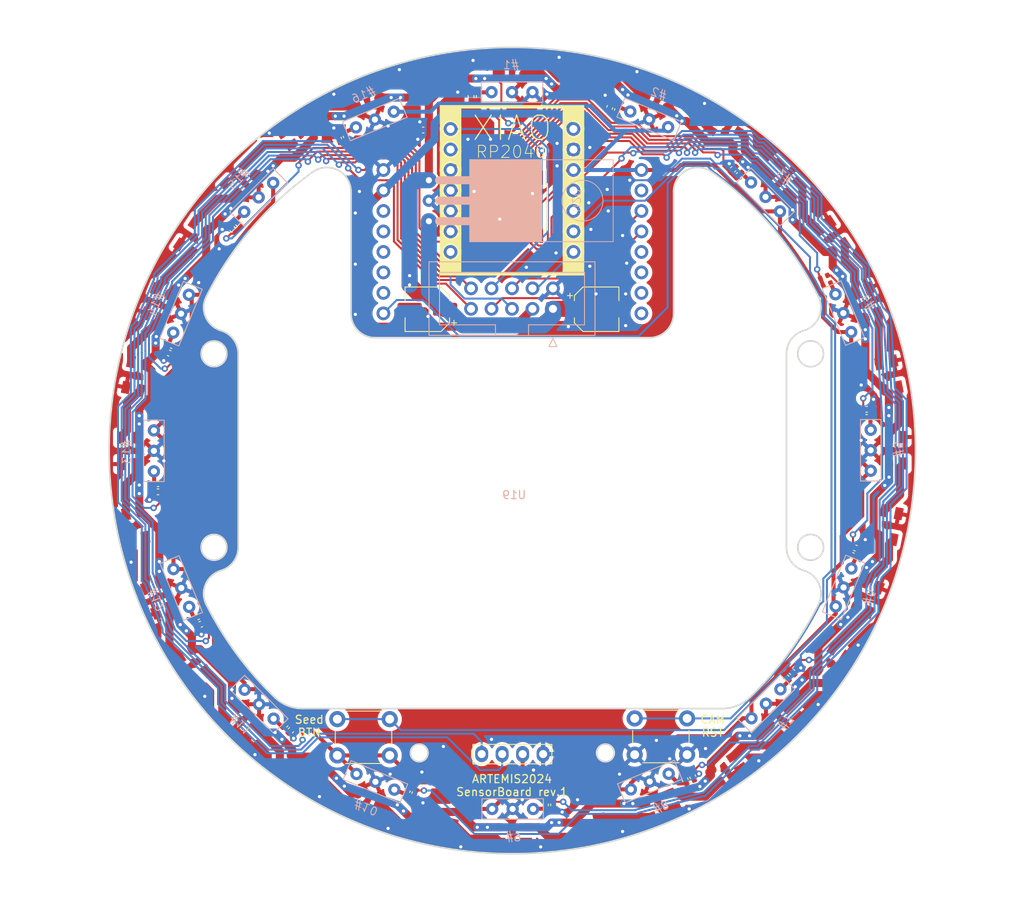
<source format=kicad_pcb>
(kicad_pcb (version 20221018) (generator pcbnew)
  (layers (0 "F.Cu" signal) (31 "B.Cu" signal) (34 "B.Paste" user) (35 "F.Paste" user) (36 "B.SilkS" user "B.Silkscreen") (37 "F.SilkS" user "F.Silkscreen") (38 "B.Mask" user) (39 "F.Mask" user) (44 "Edge.Cuts" user))
  (net 0 "")
  (net 1 "LCD_SDA")
  (net 2 "LCD_SCL")
  (net 3 "GND")
  (net 4 "+3.3V")
  (net 5 "IR1")
  (net 6 "IR2")
  (net 7 "IR3")
  (net 8 "IR4")
  (net 9 "IR5")
  (net 10 "IR6")
  (net 11 "IR7")
  (net 12 "IR8")
  (net 13 "IR9")
  (net 14 "IR10")
  (net 15 "IR11")
  (net 16 "IR12")
  (net 17 "IR13")
  (net 18 "IR14")
  (net 19 "IR15")
  (net 20 "IR16")
  (net 21 "+12V")
  (net 22 "+5VA")
  (net 23 "Net-(D1-DOUT)")
  (net 24 "NeoPixel_PWM")
  (net 25 "Net-(D2-DOUT)")
  (net 26 "Net-(D3-DOUT)")
  (net 27 "Net-(D4-DOUT)")
  (net 28 "Net-(D5-DOUT)")
  (net 29 "Net-(D6-DOUT)")
  (net 30 "Net-(D7-DOUT)")
  (net 31 "Net-(D8-DOUT)")
  (net 32 "Net-(D10-DIN)")
  (net 33 "Net-(D10-DOUT)")
  (net 34 "Net-(D11-DOUT)")
  (net 35 "Net-(D12-DOUT)")
  (net 36 "Net-(D13-DOUT)")
  (net 37 "Net-(D14-DOUT)")
  (net 38 "Net-(D15-DOUT)")
  (net 39 "Net-(D16-DOUT)")
  (net 40 "Net-(D17-DOUT)")
  (net 41 "Net-(D18-DOUT)")
  (net 42 "Net-(D19-DOUT)")
  (net 43 "Net-(D20-DOUT)")
  (net 44 "Net-(D21-DOUT)")
  (net 45 "Net-(D22-DOUT)")
  (net 46 "Net-(D23-DOUT)")
  (net 47 "Net-(D24-DOUT)")
  (net 48 "Net-(D25-DOUT)")
  (net 49 "Net-(D26-DOUT)")
  (net 50 "Net-(D27-DOUT)")
  (net 51 "Net-(D28-DOUT)")
  (net 52 "Net-(D29-DOUT)")
  (net 53 "Net-(D30-DOUT)")
  (net 54 "Net-(D31-DOUT)")
  (net 56 "+5V")
  (net 57 "Net-(U2-OUT)")
  (net 58 "Net-(U3-OUT)")
  (net 59 "Net-(U4-OUT)")
  (net 60 "Net-(U5-OUT)")
  (net 61 "Net-(U6-OUT)")
  (net 62 "Net-(U7-OUT)")
  (net 63 "Net-(U8-OUT)")
  (net 64 "Net-(U9-OUT)")
  (net 65 "Net-(U10-OUT)")
  (net 66 "Net-(U11-OUT)")
  (net 67 "Net-(U12-OUT)")
  (net 68 "Net-(U13-OUT)")
  (net 69 "Net-(U14-OUT)")
  (net 70 "Net-(U15-OUT)")
  (net 71 "Net-(U16-OUT)")
  (net 72 "Net-(U17-OUT)")
  (net 73 "RST")
  (net 74 "BTN_EX")
  (net 75 "Data")
  (net 76 "S0")
  (net 77 "S1")
  (net 78 "S3")
  (net 79 "S2")
  (net 80 "E")
  (net 81 "IR_RX")
  (net 82 "IR_TX")
  (net 94 "CAM_RX")
  (net 95 "CAM_TX")
  (footprint "Capacitor_SMD:C_0402_1005Metric" (layer "F.Cu") (at 127.652389 144.156056 -112.5)
    (fp_text reference "C10" hide)
    (fp_text value "C_Small" hide)
  )
  (footprint "Capacitor_SMD:C_0402_1005Metric" (layer "F.Cu") (at 126.713727 143.76725 -112.5)
    (fp_text reference "R10" hide)
    (fp_text value "R_Small" hide)
  )
  (footprint "Capacitor_SMD:C_0402_1005Metric" (layer "F.Cu") (at 100.711982 122.206517 -157.5)
    (fp_text reference "R12" hide)
    (fp_text value "R_Small" hide)
  )
  (footprint "Capacitor_SMD:C_0402_1005Metric" (layer "F.Cu") (at 182.295017 113.686572 157.5)
    (fp_text reference "C6" hide)
    (fp_text value "C_Small" hide)
  )
  (footprint "WS2812B:LED_WS2812B-Mini_3.5x3.5mm" (layer "F.Cu") (at 158.000255 145.584853 22.5)
    (fp_text reference "D15" hide)
    (fp_text value "WS2812B")
  )
  (footprint "Capacitor_SMD:C_0402_1005Metric" (layer "F.Cu") (at 111.568506 135.572918 -135)
    (fp_text reference "R11" hide)
    (fp_text value "R_Small" hide)
  )
  (footprint "Capacitor_SMD:C_0402_1005Metric" (layer "F.Cu") (at 151.825533 59.043944 -112.5)
    (fp_text reference "C2" hide)
    (fp_text value "C_Small" hide)
  )
  (footprint "WS2812B:LED_WS2812B-Mini_3.5x3.5mm" (layer "F.Cu") (at 100.118575 75.173363 -123.75)
    (fp_text reference "D28" hide)
    (fp_text value "WS2812B")
  )
  (footprint "Capacitor_SMD:C_0402_1005Metric" (layer "F.Cu") (at 161.18365 142.439344 112.5)
    (fp_text reference "R8" hide)
    (fp_text value "R_Small" hide)
  )
  (footprint "Capacitor_SMD:C_0402_1005Metric" (layer "F.Cu") (at 178.377134 80.054821 -157.5)
    (fp_text reference "C4" hide)
    (fp_text value "C_Small" hide)
  )
  (footprint "Capacitor_SMD:C_0402_1005Metric" (layer "F.Cu") (at 167.13399 66.71858 -135)
    (fp_text reference "C3" hide)
    (fp_text value "C_Small" hide)
  )
  (footprint "Capacitor_SMD:C_0402_1005Metric" (layer "F.Cu") (at 97.571711 88.574766 157.5)
    (fp_text reference "R14" hide)
    (fp_text value "R_Small" hide)
  )
  (footprint "WS2812B:LED_WS2812B-Mini_3.5x3.5mm" (layer "F.Cu") (at 121.549658 145.614672 -22.5)
    (fp_text reference "D19" hide)
    (fp_text value "WS2812B")
  )
  (footprint "WS2812B:LED_WS2812B-Mini_3.5x3.5mm" (layer "F.Cu") (at 92.113961 101.638961 -90)
    (fp_text reference "D25" hide)
    (fp_text value "WS2812B")
  )
  (footprint "WS2812B:LED_WS2812B-Mini_3.5x3.5mm" (layer "F.Cu") (at 166.230388 141.177095 33.75)
    (fp_text reference "D14" hide)
    (fp_text value "WS2812B")
  )
  (footprint "Capacitor_SMD:C_0402_1005Metric" (layer "F.Cu") (at 105.766043 73.429545 135)
    (fp_text reference "R15" hide)
    (fp_text value "R_Small" hide)
  )
  (footprint "Button_Switch_THT:SW_PUSH_6mm_H5mm" (layer "F.Cu") (at 161.417 139.319 180)
    (fp_text reference "SW1" hide)
    (fp_text value "SW_Push" hide)
  )
  (footprint "SSD1306:128x64OLED" (layer "F.Cu") (at 139.9408 128.6428 180)
    (fp_text reference "Brd1" hide)
    (fp_text value "SSD1306" hide)
  )
  (footprint "WS2812B:LED_WS2812B-Mini_3.5x3.5mm" (layer "F.Cu") (at 173.442471 135.248411 45)
    (fp_text reference "D13" hide)
    (fp_text value "WS2812B")
  )
  (footprint "WS2812B:LED_WS2812B-Mini_3.5x3.5mm" (layer "F.Cu") (at 106.035451 67.951589 -135)
    (fp_text reference "D29" hide)
    (fp_text value "WS2812B")
  )
  (footprint "Capacitor_SMD:C_0402_1005Metric" (layer "F.Cu") (at 143.841922 145.542 -90)
    (fp_text reference "R9" hide)
    (fp_text value "R_Small" hide)
  )
  (footprint "Capacitor_SMD:CP_Elec_5x5.4" (layer "F.Cu") (at 150.2 84.074)
    (fp_text reference "C17" hide)
    (fp_text value "C" hide)
  )
  (footprint "Capacitor_SMD:C_0402_1005Metric" (layer "F.Cu") (at 128.679 61.849 180)
    (fp_text reference "C18" hide)
    (fp_text value "C" hide)
  )
  (footprint "Capacitor_SMD:C_0402_1005Metric" (layer "F.Cu") (at 118.193782 62.961827 112.5)
    (fp_text reference "C16" hide)
    (fp_text value "C_Small" hide)
  )
  (footprint "WS2812B:LED_WS2812B-Mini_3.5x3.5mm" (layer "F.Cu") (at 93.021461 92.347036 -101.25)
    (fp_text reference "D26" hide)
    (fp_text value "WS2812B")
  )
  (footprint "Capacitor_SMD:C_0402_1005Metric" (layer "F.Cu") (at 105.047623 74.147966 135)
    (fp_text reference "C15" hide)
    (fp_text value "C_Small" hide)
  )
  (footprint "Capacitor_SMD:C_0402_1005Metric" (layer "F.Cu") (at 97.182905 89.513428 157.5)
    (fp_text reference "C14" hide)
    (fp_text value "C_Small" hide)
  )
  (footprint "Capacitor_SMD:C_0402_1005Metric" (layer "F.Cu") (at 162.122312 142.050538 112.5)
    (fp_text reference "C8" hide)
    (fp_text value "C_Small" hide)
  )
  (footprint "Capacitor_SMD:CP_Elec_5x5.4" (layer "F.Cu") (at 129.2 84.074 180)
    (fp_text reference "C19" hide)
    (fp_text value "C" hide)
  )
  (footprint "Capacitor_SMD:C_0402_1005Metric" (layer "F.Cu") (at 134.62 57.658 -90)
    (fp_text reference "C1" hide)
    (fp_text value "C_Small" hide)
  )
  (footprint "WS2812B:LED_WS2812B-Mini_3.5x3.5mm" (layer "F.Cu") (at 95.754108 119.861294 -67.5)
    (fp_text reference "D23" hide)
    (fp_text value "WS2812B")
  )
  (footprint "WS2812B:LED_WS2812B-Mini_3.5x3.5mm" (layer "F.Cu") (at 179.359347 128.026637 56.25)
    (fp_text reference "D12" hide)
    (fp_text value "WS2812B")
  )
  (footprint "WS2812B:LED_WS2812B-Mini_3.5x3.5mm" (layer "F.Cu") (at 148.991925 54.8825 168.75)
    (fp_text reference "D2" hide)
    (fp_text value "WS2812B")
  )
  (footprint "WS2812B:LED_WS2812B-Mini_3.5x3.5mm" (layer "F.Cu") (at 139.777922 149.225)
    (fp_text reference "D17" hide)
    (fp_text value "WS2812B")
  )
  (footprint "Capacitor_SMD:C_0402_1005Metric" (layer "F.Cu") (at 178.76594 80.993483 -157.5)
    (fp_text reference "R4" hide)
    (fp_text value "R_Small" hide)
  )
  (footprint "Capacitor_SMD:C_0402_1005Metric" (layer "F.Cu") (at 95.796961 105.702961 180)
    (fp_text reference "R13" hide)
    (fp_text value "R_Small" hide)
  )
  (footprint "WS2812B:LED_WS2812B-Mini_3.5x3.5mm" (layer "F.Cu") (at 93.036663 110.929389 -78.75)
    (fp_text reference "D24" hide)
    (fp_text value "WS2812B")
  )
  (footprint "Seeeduino_Xiao:seeeduinoXIAO" (layer "F.Cu") (at 139.7254 69.3166)
    (fp_text reference "U18" hide)
    (fp_text value "XIAO")
  )
  (footprint "WS2812B:LED_WS2812B-Mini_3.5x3.5mm" (layer "F.Cu") (at 149.06835 148.302298 11.25)
    (fp_text reference "D16" hide)
    (fp_text value "WS2812B")
  )
  (footprint "WS2812B:LED_WS2812B-Mini_3.5x3.5mm" (layer "F.Cu") (at 106.09055 135.30351 -45)
    (fp_text reference "D21" hide)
    (fp_text value "WS2812B")
  )
  (footprint "Capacitor_SMD:C_0402_1005Metric" (layer "F.Cu") (at 101.100788 123.145179 -157.5)
    (fp_text reference "C12" hide)
    (fp_text value "C_Small" hide)
  )
  (footprint "WS2812B:LED_WS2812B-Mini_3.5x3.5mm" (layer "F.Cu") (at 186.441258 92.270611 101.25)
    (fp_text reference "D8" hide)
    (fp_text value "WS2812B")
  )
  (footprint "WS2812B:LED_WS2812B-Mini_3.5x3.5mm" (layer "F.Cu") (at 139.7 53.975 180)
    (fp_text reference "D1" hide)
    (fp_text value "WS2812B")
  )
  (footprint "WS2812B:LED_WS2812B-Mini_3.5x3.5mm" (layer "F.Cu") (at 173.387371 67.89649 135)
    (fp_text reference "D5" hide)
    (fp_text value "WS2812B")
  )
  (footprint "WS2812B:LED_WS2812B-Mini_3.5x3.5mm" (layer "F.Cu") (at 179.316055 75.108573 123.75)
    (fp_text reference "D6" hide)
    (fp_text value "WS2812B")
  )
  (footprint "Button_Switch_THT:SW_PUSH_6mm_H5mm" (layer "F.Cu") (at 124.535 139.41 180)
    (fp_text reference "SW2" hide)
    (fp_text value "SW_Push" hide)
  )
  (footprint "WS2812B:LED_WS2812B-Mini_3.5x3.5mm" (layer "F.Cu") (at 130.485997 148.3175 -11.25)
    (fp_text reference "D18" hide)
    (fp_text value "WS2812B")
  )
  (footprint "WS2812B:LED_WS2812B-Mini_3.5x3.5mm" (layer "F.Cu") (at 100.161866 128.091427 -56.25)
    (fp_text reference "D22" hide)
    (fp_text value "WS2812B")
  )
  (footprint "WS2812B:LED_WS2812B-Mini_3.5x3.5mm" (layer "F.Cu") (at 187.363961 101.561039 90)
    (fp_text reference "D9" hide)
    (fp_text value "WS2812B")
  )
  (footprint "Capacitor_SMD:C_0402_1005Metric" (layer "F.Cu") (at 112.286927 136.291338 -135)
    (fp_text reference "C11" hide)
    (fp_text value "C_Small" hide)
  )
  (footprint "WS2812B:LED_WS2812B-Mini_3.5x3.5mm" (layer "F.Cu") (at 121.477667 57.615147 -157.5)
    (fp_text reference "D31" hide)
    (fp_text value "WS2812B")
  )
  (footprint "WS2812B:LED_WS2812B-Mini_3.5x3.5mm" (layer "F.Cu") (at 157.928264 57.585327 157.5)
    (fp_text reference "D3" hide)
    (fp_text value "WS2812B")
  )
  (footprint "WS2812B:LED_WS2812B-Mini_3.5x3.5mm" (layer "F.Cu") (at 113.247534 62.022905 -146.25)
    (fp_text reference "D30" hide)
    (fp_text value "WS2812B")
  )
  (footprint "Capacitor_SMD:C_0402_1005Metric" (layer "F.Cu") (at 144.857922 145.542 -90)
    (fp_text reference "C9" hide)
    (fp_text value "C_Small" hide)
  )
  (footprint "Capacitor_SMD:C_0402_1005Metric" (layer "F.Cu") (at 167.852411 67.437 -135)
    (fp_text reference "R3" hide)
    (fp_text value "R_Small" hide)
  )
  (footprint "Capacitor_SMD:C_0402_1005Metric" (layer "F.Cu") (at 119.132444 62.573021 112.5)
    (fp_text reference "R16" hide)
    (fp_text value "R_Small" hide)
  )
  (footprint "WS2812B:LED_WS2812B-Mini_3.5x3.5mm" (layer "F.Cu") (at 183.753633 119.789303 67.5)
    (fp_text reference "D11" hide)
    (fp_text value "WS2812B")
  )
  (footprint "Package_SO:SSOP-24_5.3x8.2mm_P0.65mm" (layer "F.Cu") (at 139.7508 71.374 -90)
    (fp_text reference "U1" hide)
    (fp_text value "CD74HC4067SM" hide)
  )
  (footprint "WS2812B:LED_WS2812B-Mini_3.5x3.5mm" (layer "F.Cu") (at 95.724289 83.410697 -112.5)
    (fp_text reference "D27" hide)
    (fp_text value "WS2812B")
  )
  (footprint "Capacitor_SMD:C_0402_1005Metric" (layer "F.Cu") (at 183.680961 96.481039 180)
    (fp_text reference "C5" hide)
    (fp_text value "C_Small" hide)
  )
  (footprint "WS2812B:LED_WS2812B-Mini_3.5x3.5mm" (layer "F.Cu") (at 130.409572 54.897702 -168.75)
    (fp_text reference "D32" hide)
    (fp_text value "WS2812B")
  )
  (footprint "WS2812B:LED_WS2812B-Mini_3.5x3.5mm" (layer "F.Cu") (at 186.456461 110.852964 78.75)
    (fp_text reference "D10" hide)
    (fp_text value "WS2812B")
  )
  (footprint "WS2812B:LED_WS2812B-Mini_3.5x3.5mm" (layer "F.Cu") (at 166.165598 61.979614 146.25)
    (fp_text reference "D4" hide)
    (fp_text value "WS2812B")
  )
  (footprint "Capacitor_SMD:C_0402_1005Metric" (layer "F.Cu") (at 135.636 57.658 -90)
    (fp_text reference "R1" hide)
    (fp_text value "R_Small" hide)
  )
  (footprint "WS2812B:LED_WS2812B-Mini_3.5x3.5mm" (layer "F.Cu") (at 113.312324 141.220386 -33.75)
    (fp_text reference "D20" hide)
    (fp_text value "WS2812B")
  )
  (footprint "Capacitor_SMD:C_0402_1005Metric" (layer "F.Cu") (at 174.430299 129.052034 135)
    (fp_text reference "C7" hide)
    (fp_text value "C_Small" hide)
  )
  (footprint "Capacitor_SMD:C_0402_1005Metric" (layer "F.Cu") (at 152.764195 59.43275 -112.5)
    (fp_text reference "R2" hide)
    (fp_text value "R_Small" hide)
  )
  (footprint "Capacitor_SMD:C_0402_1005Metric" (layer "F.Cu") (at 183.680961 97.497039 180)
    (fp_text reference "R5" hide)
    (fp_text value "R_Small" hide)
  )
  (footprint "Capacitor_SMD:C_0402_1005Metric" (layer "F.Cu") (at 181.906211 114.625234 157.5)
    (fp_text reference "R6" hide)
    (fp_text value "R_Small" hide)
  )
  (footprint "Capacitor_SMD:C_0402_1005Metric" (layer "F.Cu") (at 95.796961 106.718961 180)
    (fp_text reference "C13" hide)
    (fp_text value "C_Small" hide)
  )
  (footprint "Capacitor_SMD:C_0402_1005Metric" (layer "F.Cu") (at 173.711879 129.770455 135)
    (fp_text reference "R7" hide)
    (fp_text value "R_Small" hide)
  )
  (footprint "WS2812B:LED_WS2812B-Mini_3.5x3.5mm" (layer "F.Cu") (at 183.723813 83.338706 112.5)
    (fp_text reference "D7" hide)
    (fp_text value "WS2812B")
  )
  (footprint "TSSP58038:TSSP58038" (layer "B.Cu") (at 154.769212 65.211953 -22.5)
    (fp_text reference "U3" hide)
    (fp_text value "TSSP58038" hide)
  )
  (footprint "TSSP58038:TSSP58038" (layer "B.Cu") (at 139.777922 140.97 180)
    (fp_text reference "U10" hide)
    (fp_text value "TSSP58038" hide)
  )
  (footprint "TSSP58038:TSSP58038" (layer "B.Cu") (at 176.127008 116.630251 -112.5)
    (fp_text reference "U7" hide)
    (fp_text value "TSSP58038" hide)
  )
  (footprint "TSSP58038:TSSP58038" (layer "B.Cu") (at 154.841203 137.958227 -157.5)
    (fp_text reference "U9" hide)
    (fp_text value "TSSP58038" hide)
  )
  (footprint "Connector_IDC:IDC-Header_2x05_P2.54mm_Vertical" (layer "B.Cu") (at 144.78 84.0232 90)
    (fp_text reference "J1" hide)
    (fp_text value "Conn_01x10_Socket" hide)
  )
  (footprint "TSSP58038:TSSP58038" (layer "B.Cu") (at 111.927717 129.466344 135)
    (fp_text reference "U12" hide)
    (fp_text value "TSSP58038" hide)
  )
  (footprint "TSSP58038:TSSP58038" (layer "B.Cu") (at 167.605305 129.411244 -135)
    (fp_text reference "U8" hide)
    (fp_text value "TSSP58038" hide)
  )
  (footprint "TSSP58038:TSSP58038" (layer "B.Cu") (at 124.70871 137.988047 157.5)
    (fp_text reference "U11" hide)
    (fp_text value "TSSP58038" hide)
  )
  (footprint "TSSP58038:TSSP58038" (layer "B.Cu") (at 176.097188 86.497758 -67.5)
    (fp_text reference "U5" hide)
    (fp_text value "TSSP58038" hide)
  )
  (footprint "Seeeduino_Xiao:3端子レギュレータ" (layer "B.Cu") (at 147.168 70.612 90)
    (fp_text reference "U20")
    (fp_text value "L7805")
  )
  (footprint "TSSP58038:TSSP58038" (layer "B.Cu") (at 111.872617 73.788756 45)
    (fp_text reference "U16" hide)
    (fp_text value "TSSP58038" hide)
  )
  (footprint "TSSP58038:TSSP58038" (layer "B.Cu") (at 139.7 62.23)
    (fp_text reference "U2" hide)
    (fp_text value "TSSP58038" hide)
  )
  (footprint "TSSP58038:TSSP58038" (layer "B.Cu") (at 100.368961 101.638961 90)
    (fp_text reference "U14" hide)
    (fp_text value "TSSP58038" hide)
  )
  (footprint "TSSP58038:TSSP58038" (layer "B.Cu") (at 124.636719 65.241773 22.5)
    (fp_text reference "U17" hide)
    (fp_text value "TSSP58038" hide)
  )
  (footprint "TSSP58038:TSSP58038" (layer "B.Cu") (at 103.380734 116.702242 112.5)
    (fp_text reference "U13" hide)
    (fp_text value "TSSP58038" hide)
  )
  (footprint "TSSP58038:TSSP58038" (layer "B.Cu") (at 167.550205 73.733656 -45)
    (fp_text reference "U4" hide)
    (fp_text value "TSSP58038" hide)
  )
  (footprint "OpenMV:OpenMV" (layer "B.Cu") (at 139.75 109.605)
    (fp_text reference "U19")
    (fp_text value "open_mv")
  )
  (footprint "TSSP58038:TSSP58038" (layer "B.Cu") (at 103.350914 86.569749 67.5)
    (fp_text reference "U15" hide)
    (fp_text value "TSSP58038" hide)
  )
  (footprint "TSSP58038:TSSP58038" (layer "B.Cu") (at 179.108961 101.561039 -90)
    (fp_text reference "U6" hide)
    (fp_text value "TSSP58038" hide)
  )
  (gr_line (start 156.738961 87.6) (end 122.738961 87.6) (stroke (width 0.2)) (layer "Edge.Cuts"))
  (gr_arc (start 175.882495 116.475146) (mid 174.33352 115.392723) (end 173.738962 113.598994) (stroke (width 0.2)) (layer "Edge.Cuts"))
  (gr_circle (center 176.738961 89.6) (end 175.138961 89.6) (stroke (width 0.2)) (fill none) (layer "Edge.Cuts"))
  (gr_circle (center 102.738961 113.6) (end 101.138961 113.6) (stroke (width 0.2)) (fill none) (layer "Edge.Cuts"))
  (gr_arc (start 169.232858 132.200001) (mid 167.633816 133.23681) (end 165.762988 133.600001) (stroke (width 0.2)) (layer "Edge.Cuts"))
  (gr_arc (start 159.738961 84.6) (mid 158.860282 86.721321) (end 156.738961 87.6) (stroke (width 0.2)) (layer "Edge.Cuts"))
  (gr_line (start 159.738961 69.486919) (end 159.738961 84.6) (stroke (width 0.2)) (layer "Edge.Cuts"))
  (gr_circle (center 128.188961 139.100001) (end 127.088961 139.100001) (stroke (width 0.2)) (fill none) (layer "Edge.Cuts"))
  (gr_arc (start 175.882495 116.475146) (mid 177.780244 118.161051) (end 177.706059 120.698416) (stroke (width 0.2)) (layer "Edge.Cuts"))
  (gr_arc (start 113.714934 133.600001) (mid 111.844111 133.236802) (end 110.245064 132.200001) (stroke (width 0.2)) (layer "Edge.Cuts"))
  (gr_circle (center 102.738961 89.6) (end 101.138961 89.6) (stroke (width 0.2)) (fill none) (layer "Edge.Cuts"))
  (gr_arc (start 177.706059 120.698416) (mid 173.95618 126.807776) (end 169.232858 132.200001) (stroke (width 0.2)) (layer "Edge.Cuts"))
  (gr_arc (start 173.738961 89.599999) (mid 174.333821 87.806874) (end 175.882495 86.724854) (stroke (width 0.2)) (layer "Edge.Cuts"))
  (gr_arc (start 103.595427 86.724854) (mid 101.697652 85.038953) (end 101.771863 82.501584) (stroke (width 0.2)) (layer "Edge.Cuts"))
  (gr_arc (start 105.738961 113.6) (mid 105.144101 115.393126) (end 103.595427 116.475146) (stroke (width 0.2)) (layer "Edge.Cuts"))
  (gr_arc (start 159.738961 69.486919) (mid 161.367923 66.818539) (end 164.485797 67.047951) (stroke (width 0.2)) (layer "Edge.Cuts"))
  (gr_line (start 119.738961 84.6) (end 119.738961 69.486919) (stroke (width 0.2)) (layer "Edge.Cuts"))
  (gr_arc (start 177.706059 82.501584) (mid 177.780244 85.038949) (end 175.882495 86.724854) (stroke (width 0.2)) (layer "Edge.Cuts"))
  (gr_arc (start 114.992125 67.047951) (mid 118.11 66.818539) (end 119.738961 69.486919) (stroke (width 0.2)) (layer "Edge.Cuts"))
  (gr_circle (center 139.738961 101.6) (end 89.738961 101.6) (stroke (width 0.2)) (fill none) (layer "Edge.Cuts"))
  (gr_arc (start 110.245064 132.200001) (mid 105.521742 126.807775) (end 101.771863 120.698416) (stroke (width 0.2)) (layer "Edge.Cuts"))
  (gr_arc (start 164.485797 67.047951) (mid 172.0339 73.972352) (end 177.706059 82.501584) (stroke (width 0.2)) (layer "Edge.Cuts"))
  (gr_arc (start 103.595427 86.724854) (mid 105.144101 87.806874) (end 105.738961 89.599999) (stroke (width 0.2)) (layer "Edge.Cuts"))
  (gr_circle (center 151.288961 139.100001) (end 150.188961 139.100001) (stroke (width 0.2)) (fill none) (layer "Edge.Cuts"))
  (gr_arc (start 122.738961 87.6) (mid 120.617641 86.72132) (end 119.738961 84.6) (stroke (width 0.2)) (layer "Edge.Cuts"))
  (gr_circle (center 176.738961 113.6) (end 175.138961 113.6) (stroke (width 0.2)) (fill none) (layer "Edge.Cuts"))
  (gr_line (start 105.738961 89.599999) (end 105.738961 113.6) (stroke (width 0.2)) (layer "Edge.Cuts"))
  (gr_line (start 173.738962 113.598994) (end 173.738961 89.599999) (stroke (width 0.2)) (layer "Edge.Cuts"))
  (gr_arc (start 101.771863 120.698416) (mid 101.69768 118.161059) (end 103.595427 116.475146) (stroke (width 0.2)) (layer "Edge.Cuts"))
  (gr_arc (start 101.771863 82.501584) (mid 107.444022 73.972352) (end 114.992125 67.047951) (stroke (width 0.2)) (layer "Edge.Cuts"))
  (gr_line (start 113.714934 133.600001) (end 165.762988 133.600001) (stroke (width 0.2)) (layer "Edge.Cuts"))
  (gr_text "＃１１" (at 105.282327 133.956472 135) (layer "B.SilkS") (effects (font (size 1 1) (thickness 0.125)) (justify left bottom mirror)))
  (gr_text "＃１０" (at 120.287468 144.679465 157.5) (layer "B.SilkS") (effects (font (size 1 1) (thickness 0.125)) (justify left bottom mirror)))
  (gr_text "＃１３" (at 92.494961 100.114961 90) (layer "B.SilkS") (effects (font (size 1 1) (thickness 0.125)) (justify left bottom mirror)))
  (gr_text "＃３" (at 173.836385 68.884318 -45) (layer "B.SilkS") (effects (font (size 1 1) (thickness 0.125)) (justify left bottom mirror)))
  (gr_text "＃１５" (at 107.382489 67.143366 45) (layer "B.SilkS") (effects (font (size 1 1) (thickness 0.125)) (justify left bottom mirror)))
  (gr_text "＃１４" (at 96.659496 82.148507 67.5) (layer "B.SilkS") (effects (font (size 1 1) (thickness 0.125)) (justify left bottom mirror)))
  (gr_text "＃６" (at 183.012829 120.582162 -112.5) (layer "B.SilkS") (effects (font (size 1 1) (thickness 0.125)) (justify left bottom mirror)))
  (gr_text "＃１２" (at 95.522897 118.307499 112.5) (layer "B.SilkS") (effects (font (size 1 1) (thickness 0.125)) (justify left bottom mirror)))
  (gr_text "＃１６" (at 123.031462 57.383936 22.5) (layer "B.SilkS") (effects (font (size 1 1) (thickness 0.125)) (justify left bottom mirror)))
  (gr_text "＃２" (at 158.721123 58.326132 -22.5) (layer "B.SilkS") (effects (font (size 1 1) (thickness 0.125)) (justify left bottom mirror)))
  (gr_text "＃７" (at 172.454643 135.697424 -135) (layer "B.SilkS") (effects (font (size 1 1) (thickness 0.125)) (justify left bottom mirror)))
  (gr_text "＃５" (at 186.982961 102.577039 -90) (layer "B.SilkS") (effects (font (size 1 1) (thickness 0.125)) (justify left bottom mirror)))
  (gr_text "＃９" (at 138.761922 148.844 180) (layer "B.SilkS") (effects (font (size 1 1) (thickness 0.125)) (justify left bottom mirror)))
  (gr_text "＃１" (at 140.716 54.356) (layer "B.SilkS") (effects (font (size 1 1) (thickness 0.125)) (justify left bottom mirror)))
  (gr_text "＃８" (at 156.915791 145.621661 -157.5) (layer "B.SilkS") (effects (font (size 1 1) (thickness 0.125)) (justify left bottom mirror)))
  (gr_text "＃４" (at 183.760622 84.42317 -67.5) (layer "B.SilkS") (effects (font (size 1 1) (thickness 0.125)) (justify left bottom mirror)))
  (gr_text "CAM\nRST" (at 164.592 137.16) (layer "F.SilkS") (effects (font (size 1 1)) (justify bottom)))
  (gr_text "ARTEMIS2024\nSensorBoard rev.1" (at 139.7 144.526) (layer "F.SilkS") (effects (font (size 1 1)) (justify bottom)))
  (gr_text "Seed\nBTN" (at 114.554 137.16) (layer "F.SilkS") (effects (font (size 1 1)) (justify bottom)))
  (segment (start 130.29502 80.899) (end 125.0548 75.65878) (width 0.25) (layer "F.Cu") (net 1))
  (segment (start 131.4958 80.899) (end 130.29502 80.899) (width 0.25) (layer "F.Cu") (net 1))
  (segment (start 124.5616 68.072) (end 120.862812 68.072) (width 0.25) (layer "F.Cu") (net 1))
  (segment (start 134.62 84.0232) (end 131.4958 80.899) (width 0.25) (layer "F.Cu") (net 1))
  (segment (start 120.862812 68.072) (end 119.38 66.589188) (width 0.25) (layer "F.Cu") (net 1))
  (segment (start 134.62 84.0232) (end 134.62 84.202396) (width 0.25) (layer "F.Cu") (net 1))
  (segment (start 125.0548 75.65878) (end 125.0548 68.5652) (width 0.25) (layer "F.Cu") (net 1))
  (segment (start 120.777 67.986188) (end 119.38 66.589188) (width 0.25) (layer "F.Cu") (net 1))
  (segment (start 125.0548 68.5652) (end 124.5616 68.072) (width 0.25) (layer "F.Cu") (net 1))
  (via (at 119.38 66.589188) (size 0.8) (drill 0.4) (layers "F.Cu" "B.Cu") (net 1))
  (segment (start 94.580003 117.918999) (end 96.810845 123.655449) (width 0.25) (layer "B.Cu") (net 1))
  (segment (start 100.816 74.819416) (end 95.736 79.899416) (width 0.25) (layer "B.Cu") (net 1))
  (segment (start 96.810845 123.655449) (end 96.810845 123.991637) (width 0.25) (layer "B.Cu") (net 1))
  (segment (start 108.99629 63.669) (end 100.816 71.84929) (width 0.25) (layer "B.Cu") (net 1))
  (segment (start 113.533 138.689) (end 115.501 136.721) (width 0.25) (layer "B.Cu") (net 1))
  (segment (start 119.38 66.589188) (end 119.38 66.256883) (width 0.25) (layer "B.Cu") (net 1))
  (segment (start 134.943 136.721) (end 135.9408 137.7188) (width 0.25) (layer "B.Cu") (net 1))
  (segment (start 94.232999 110.770913) (end 94.232999 117.571995) (width 0.25) (layer "B.Cu") (net 1))
  (segment (start 115.501 136.721) (end 134.943 136.721) (width 0.25) (layer "B.Cu") (net 1))
  (segment (start 135.9408 137.7188) (end 135.9408 139.2428) (width 0.25) (layer "B.Cu") (net 1))
  (segment (start 91.291596 107.82951) (end 94.232999 110.770913) (width 0.25) (layer "B.Cu") (net 1))
  (segment (start 92.884 94.690812) (end 91.291596 96.283216) (width 0.25) (layer "B.Cu") (net 1))
  (segment (start 92.879 93.467) (end 92.884 93.472) (width 0.25) (layer "B.Cu") (net 1))
  (segment (start 91.291596 96.283216) (end 91.291596 107.82951) (width 0.25) (layer "B.Cu") (net 1))
  (segment (start 96.810845 123.991637) (end 103.689169 130.869961) (width 0.25) (layer "B.Cu") (net 1))
  (segment (start 103.689169 130.869961) (end 103.689169 132.862123) (width 0.25) (layer "B.Cu") (net 1))
  (segment (start 119.38 66.256883) (end 116.792117 63.669) (width 0.25) (layer "B.Cu") (net 1))
  (segment (start 95.736 79.899416) (end 95.736 80.502368) (width 0.25) (layer "B.Cu") (net 1))
  (segment (start 116.792117 63.669) (end 108.99629 63.669) (width 0.25) (layer "B.Cu") (net 1))
  (segment (start 93.37944 85.961306) (end 92.879 86.461746) (width 0.25) (layer "B.Cu") (net 1))
  (segment (start 95.736 80.502368) (end 93.37944 85.961306) (width 0.25) (layer "B.Cu") (net 1))
  (segment (start 100.816 71.84929) (end 100.816 74.819416) (width 0.25) (layer "B.Cu") (net 1))
  (segment (start 103.689169 132.862123) (end 109.516046 138.689) (width 0.25) (layer "B.Cu") (net 1))
  (segment (start 92.879 86.461746) (end 92.879 93.467) (width 0.25) (layer "B.Cu") (net 1))
  (segment (start 109.516046 138.689) (end 113.533 138.689) (width 0.25) (layer "B.Cu") (net 1))
  (segment (start 92.884 93.472) (end 92.884 94.690812) (width 0.25) (layer "B.Cu") (net 1))
  (segment (start 94.232999 117.571995) (end 94.580003 117.918999) (width 0.25) (layer "B.Cu") (net 1))
  (segment (start 130.481416 80.449) (end 133.5858 80.449) (width 0.25) (layer "F.Cu") (net 2))
  (segment (start 125.5048 75.472384) (end 130.481416 80.449) (width 0.25) (layer "F.Cu") (net 2))
  (segment (start 120.65 66.802) (end 121.412 66.802) (width 0.25) (layer "F.Cu") (net 2))
  (segment (start 121.412 66.802) (end 122.845 65.369) (width 0.25) (layer "F.Cu") (net 2))
  (segment (start 125.5048 66.074384) (end 125.5048 75.472384) (width 0.25) (layer "F.Cu") (net 2))
  (segment (start 122.845 65.369) (end 124.799416 65.369) (width 0.25) (layer "F.Cu") (net 2))
  (segment (start 133.5858 80.449) (end 134.62 81.4832) (width 0.25) (layer "F.Cu") (net 2))
  (segment (start 124.799416 65.369) (end 125.5048 66.074384) (width 0.25) (layer "F.Cu") (net 2))
  (via (at 120.65 66.802) (size 0.8) (drill 0.4) (layers "F.Cu" "B.Cu") (net 2))
  (segment (start 138.4808 140.7668) (end 138.4808 139.2428) (width 0.25) (layer "B.Cu") (net 2))
  (segment (start 92.429 94.509416) (end 90.841596 96.09682) (width 0.25) (layer "B.Cu") (net 2))
  (segment (start 100.366 71.662894) (end 100.366 74.63302) (width 0.25) (layer "B.Cu") (net 2))
  (segment (start 95.286 79.71302) (end 95.286 80.409384) (width 0.25) (layer "B.Cu") (net 2))
  (segment (start 117.03441 63.219) (end 108.809894 63.219) (width 0.25) (layer "B.Cu") (net 2))
  (segment (start 100.366 74.63302) (end 95.286 79.71302) (width 0.25) (layer "B.Cu") (net 2))
  (segment (start 95.286 80.409384) (end 93.039091 85.614318) (width 0.25) (layer "B.Cu") (net 2))
  (segment (start 135.7376 141.224) (end 138.0236 141.224) (width 0.25) (layer "B.Cu") (net 2))
  (segment (start 120.61741 66.802) (end 117.03441 63.219) (width 0.25) (layer "B.Cu") (net 2))
  (segment (start 96.360845 124.178033) (end 103.239169 131.056357) (width 0.25) (layer "B.Cu") (net 2))
  (segment (start 115.687396 137.171) (end 131.6846 137.171) (width 0.25) (layer "B.Cu") (net 2))
  (segment (start 103.239169 133.048519) (end 109.32965 139.139) (width 0.25) (layer "B.Cu") (net 2))
  (segment (start 138.0236 141.224) (end 138.4808 140.7668) (width 0.25) (layer "B.Cu") (net 2))
  (segment (start 108.809894 63.219) (end 100.366 71.662894) (width 0.25) (layer "B.Cu") (net 2))
  (segment (start 93.782999 117.758391) (end 94.194896 118.170288) (width 0.25) (layer "B.Cu") (net 2))
  (segment (start 94.194896 118.170288) (end 96.360845 123.739868) (width 0.25) (layer "B.Cu") (net 2))
  (segment (start 103.239169 131.056357) (end 103.239169 133.048519) (width 0.25) (layer "B.Cu") (net 2))
  (segment (start 93.039091 85.614318) (end 92.429 86.224409) (width 0.25) (layer "B.Cu") (net 2))
  (segment (start 109.32965 139.139) (end 113.719396 139.139) (width 0.25) (layer "B.Cu") (net 2))
  (segment (start 113.719396 139.139) (end 115.687396 137.171) (width 0.25) (layer "B.Cu") (net 2))
  (segment (start 131.6846 137.171) (end 135.7376 141.224) (width 0.25) (layer "B.Cu") (net 2))
  (segment (start 96.360845 123.739868) (end 96.360845 124.178033) (width 0.25) (layer "B.Cu") (net 2))
  (segment (start 90.841596 96.09682) (end 90.841596 108.015906) (width 0.25) (layer "B.Cu") (net 2))
  (segment (start 90.841596 108.015906) (end 93.782999 110.957309) (width 0.25) (layer "B.Cu") (net 2))
  (segment (start 93.782999 110.957309) (end 93.782999 117.758391) (width 0.25) (layer "B.Cu") (net 2))
  (segment (start 92.429 86.224409) (end 92.429 94.509416) (width 0.25) (layer "B.Cu") (net 2))
  (segment (start 120.65 66.802) (end 120.61741 66.802) (width 0.25) (layer "B.Cu") (net 2))
  (segment (start 179.203272 79.871133) (end 181.102 81.769861) (width 0.25) (layer "F.Cu") (net 3))
  (segment (start 144.857922 146.022) (end 145.514 146.022) (width 0.25) (layer "F.Cu") (net 3))
  (segment (start 104.123973 73.808555) (end 103.761764 74.170764) (width 0.25) (layer "F.Cu") (net 3))
  (segment (start 178.820596 79.871133) (end 179.203272 79.871133) (width 0.25) (layer "F.Cu") (net 3))
  (segment (start 174.76971 129.300919) (end 175.519445 128.551184) (width 0.25) (layer "F.Cu") (net 3))
  (segment (start 162.306 142.264299) (end 162.306 142.494) (width 0.25) (layer "F.Cu") (net 3))
  (segment (start 181.102 84.242222) (end 180.790496 84.553726) (width 0.25) (layer "F.Cu") (net 3))
  (segment (start 145.514 146.022) (end 145.923 146.431) (width 0.25) (layer "F.Cu") (net 3))
  (segment (start 101.172576 124.390364) (end 100.657326 123.875114) (width 0.25) (layer "F.Cu") (net 3))
  (segment (start 181.102 81.769861) (end 181.102 84.242222) (width 0.25) (layer "F.Cu") (net 3))
  (segment (start 174.76971 129.391445) (end 174.76971 129.300919) (width 0.25) (layer "F.Cu") (net 3))
  (segment (start 162.891083 141.679216) (end 162.306 142.264299) (width 0.25) (layer "F.Cu") (net 3))
  (segment (start 104.708212 73.808555) (end 104.123973 73.808555) (width 0.25) (layer "F.Cu") (net 3))
  (segment (start 167.007278 66.379169) (end 167.530406 66.379169) (width 0.25) (layer "F.Cu") (net 3))
  (segment (start 96.739443 89.32974) (end 96.739443 90.21223) (width 0.25) (layer "F.Cu") (net 3))
  (segment (start 96.739443 90.21223) (end 96.50542 90.446253) (width 0.25) (layer "F.Cu") (net 3))
  (segment (start 112.604704 137.292888) (end 111.947516 136.6357) (width 0.25) (layer "F.Cu") (net 3))
  (segment (start 95.316961 107.121039) (end 94.742 107.696) (width 0.25) (layer "F.Cu") (net 3))
  (segment (start 100.657326 123.875114) (end 100.657326 123.328867) (width 0.25) (layer "F.Cu") (net 3))
  (segment (start 166.646054 66.017945) (end 167.007278 66.379169) (width 0.25) (layer "F.Cu") (net 3))
  (segment (start 95.316961 106.718961) (end 95.316961 107.121039) (width 0.25) (layer "F.Cu") (net 3))
  (segment (start 111.947516 136.6357) (end 111.947516 136.630749) (width 0.25) (layer "F.Cu") (net 3))
  (via (at 147.828 144.907) (size 0.8) (drill 0.4) (layers "F.Cu" "B.Cu") (net 3))
  (via (at 138.176 72.898) (size 0.8) (drill 0.4) (layers "F.Cu" "B.Cu") (net 3))
  (via (at 143.256 150.749) (size 0.8) (drill 0.4) (layers "F.Cu" "B.Cu") (net 3))
  (via (at 182.626 125.73) (size 0.8) (drill 0.4) (layers "F.Cu" "B.Cu") (net 3))
  (via (at 170.307 140.081) (size 0.8) (drill 0.4) (layers "F.Cu" "B.Cu") (net 3))
  (via (at 120.269 78.486) (size 0.8) (drill 0.4) (layers "F.Cu" "B.Cu") (net 3))
  (via (at 101.6 132.08) (size 0.8) (drill 0.4) (layers "F.Cu" "B.Cu") (net 3))
  (via (at 103.378 76.581) (size 0.8) (drill 0.4) (layers "F.Cu" "B.Cu") (net 3))
  (via (at 145.542 52.832) (size 0.8) (drill 0.4) (layers "F.Cu" "B.Cu") (net 3))
  (via (at 137.16 137.414) (size 0.8) (drill 0.4) (layers "F.Cu" "B.Cu") (net 3))
  (via (at 153.797 82.169) (size 0.8) (drill 0.4) (layers "F.Cu" "B.Cu") (net 3))
  (via (at 120.777 69.469) (size 0.8) (drill 0.4) (layers "F.Cu" "B.Cu") (net 3))
  (via (at 142.24 69.723) (size 0.8) (drill 0.4) (layers "F.Cu" "B.Cu") (net 3))
  (via (at 151.257 57.531) (size 0.8) (drill 0.4) (layers "F.Cu" "B.Cu") (net 3))
  (via (at 163.703 138.557) (size 0.8) (drill 0.4) (layers "F.Cu" "B.Cu") (net 3))
  (via (at 133.35 150.749) (size 0.8) (drill 0.4) (layers "F.Cu" "B.Cu") (net 3))
  (via (at 107.823 139.319) (size 0.8) (drill 0.4) (layers "F.Cu" "B.Cu") (net 3))
  (via (at 131.191 138.303) (size 0.8) (drill 0.4) (layers "F.Cu" "B.Cu") (net 3))
  (via (at 145.288 63.5) (size 0.8) (drill 0.4) (layers "F.Cu" "B.Cu") (net 3))
  (via (at 153.416 74.93) (size 0.8) (drill 0.4) (layers "F.Cu" "B.Cu") (net 3))
  (via (at 145.288 66.294) (size 0.8) (drill 0.4) (layers "F.Cu" "B.Cu") (net 3))
  (via (at 149.479 74.168) (size 0.8) (drill 0.4) (layers "F.Cu" "B.Cu") (net 3))
  (via (at 149.352 64.008) (size 0.8) (drill 0.4) (layers "F.Cu" "B.Cu") (net 3))
  (via (at 124.333 148.463) (size 0.8) (drill 0.4) (layers "F.Cu" "B.Cu") (net 3))
  (via (at 183.515 112.649) (size 0.8) (drill 0.4) (layers "F.Cu" "B.Cu") (net 3))
  (via (at 177.673 133.096) (size 0.8) (drill 0.4) (layers "F.Cu" "B.Cu") (net 3))
  (via (at 145.161 77.089) (size 0.8) (drill 0.4) (layers "F.Cu" "B.Cu") (net 3))
  (via (at 142.367 141.224) (size 0.8) (drill 0.4) (layers "F.Cu" "B.Cu") (net 3))
  (via (at 124.333 61.341) (size 0.8) (drill 0.4) (layers "F.Cu" "B.Cu") (net 3))
  (via (at 124.587 141.732) (size 0.8) (drill 0.4) (layers "F.Cu" "B.Cu") (net 3))
  (via (at 101.172576 124.390364) (size 0.8) (drill 0.4) (layers "F.Cu" "B.Cu") (net 3))
  (via (at 96.52 102.87) (size 0.8) (drill 0.4) (layers "F.Cu" "B.Cu") (net 3))
  (via (at 183.007 93.472) (size 0.8) (drill 0.4) (layers "F.Cu" "B.Cu") (net 3))
  (via (at 153.924 78.359) (size 0.8) (drill 0.4) (layers "F.Cu" "B.Cu") (net 3))
  (via (at 153.035 141.732) (size 0.8) (drill 0.4) (layers "F.Cu" "B.Cu") (net 3))
  (via (at 144.018 57.404) (size 0.8) (drill 0.4) (layers "F.Cu" "B.Cu") (net 3))
  (via (at 151.638 71.882) (size 0.8) (drill 0.4) (layers "F.Cu" "B.Cu") (net 3))
  (via (at 175.519445 128.551184) (size 0.8) (drill 0.4) (layers "F.Cu" "B.Cu") (net 3))
  (via (at 163.576 58.547) (size 0.8) (drill 0.4) (layers "F.Cu" "B.Cu") (net 3))
  (via (at 128.016 62.992) (size 0.8) (drill 0.4) (layers "F.Cu" "B.Cu") (net 3))
  (via (at 125.73 54.356) (size 0.8) (drill 0.4) (layers "F.Cu" "B.Cu") (net 3))
  (via (at 146.685 86.233) (size 0.8) (drill 0.4) (layers "F.Cu" "B.Cu") (net 3))
  (via (at 117.602 61.595) (size 0.8) (drill 0.4) (layers "F.Cu" "B.Cu") (net 3))
  (via (at 154.305 68.072) (size 0.8) (drill 0.4) (layers "F.Cu" "B.Cu") (net 3))
  (via (at 166.646054 66.017945) (size 0.8) (drill 0.4) (layers "F.Cu" "B.Cu") (net 3))
  (via (at 151.511 69.215) (size 0.8) (drill 0.4) (layers "F.Cu" "B.Cu") (net 3))
  (via (at 128.651 145.288) (size 0.8) (drill 0.4) (layers "F.Cu" "B.Cu") (net 3))
  (via (at 134.239 62.992) (size 0.8) (drill 0.4) (layers "F.Cu" "B.Cu") (net 3))
  (via (at 150.114 82.169) (size 0.8) (drill 0.4) (layers "F.Cu" "B.Cu") (net 3))
  (via (at 159.258 139.827) (size 0.8) (drill 0.4) (layers "F.Cu" "B.Cu") (net 3))
  (via (at 184.531 95.25) (size 0.8) (drill 0.4) (layers "F.Cu" "B.Cu") (net 3))
  (via (at 129.286 84.963) (size 0.8) (drill 0.4) (layers "F.Cu" "B.Cu") (net 3))
  (via (at 153.797 86.106) (size 0.8) (drill 0.4) (layers "F.Cu" "B.Cu") (net 3))
  (via (at 134.874 53.213) (size 0.8) (drill 0.4) (layers "F.Cu" "B.Cu") (net 3))
  (via (at 128.524 141.478) (size 0.8) (drill 0.4) (layers "F.Cu" "B.Cu") (net 3))
  (via (at 100.838 80.772) (size 0.8) (drill 0.4) (layers "F.Cu" "B.Cu") (net 3))
  (via (at 145.923 146.431) (size 0.8) (drill 0.4) (layers "F.Cu" "B.Cu") (net 3))
  (via (at 120.269 72.136) (size 0.8) (drill 0.4) (layers "F.Cu" "B.Cu") (net 3))
  (via (at 96.50542 90.446253) (size 0.8) (drill 0.4) (layers "F.Cu" "B.Cu") (net 3))
  (via (at 112.604704 137.292888) (size 0.8) (drill 0.4) (layers "F.Cu" "B.Cu") (net 3))
  (via (at 94.742 107.696) (size 0.8) (drill 0.4) (layers "F.Cu" "B.Cu") (net 3))
  (via (at 140.97 144.907) (size 0.8) (drill 0.4) (layers "F.Cu" "B.Cu") (net 3))
  (via (at 155.194 54.61) (size 0.8) (drill 0.4) (layers "F.Cu" "B.Cu") (net 3))
  (via (at 161.671 146.05) (size 0.8) (drill 0.4) (layers "F.Cu" "B.Cu") (net 3))
  (via (at 137.033 62.992) (size 0.8) (drill 0.4) (layers "F.Cu" "B.Cu") (net 3))
  (via (at 149.352 78.74) (size 0.8) (drill 0.4) (layers "F.Cu" "B.Cu") (net 3))
  (via (at 92.456 115.443) (size 0.8) (drill 0.4) (layers "F.Cu" "B.Cu") (net 3))
  (via (at 115.824 144.526) (size 0.8) (drill 0.4) (layers "F.Cu" "B.Cu") (net 3))
  (via (at 141.478 78.867) (size 0.8) (drill 0.4) (layers "F.Cu" "B.Cu") (net 3))
  (via (at 162.891083 141.679216) (size 0.8) (drill 0.4) (layers "F.Cu" "B.Cu") (net 3))
  (via (at 117.602 57.404) (size 0.8) (drill 0.4) (layers "F.Cu" "B.Cu") (net 3))
  (via (at 135.001 69.469) (size 0.8) (drill 0.4) (layers "F.Cu" "B.Cu") (net 3))
  (via (at 183.007 100.33) (size 0.8) (drill 0.4) (layers "F.Cu" "B.Cu") (net 3))
  (via (at 157.607 137.541) (size 0.8) (drill 0.4) (layers "F.Cu" "B.Cu") (net 3))
  (via (at 128.27 60.833) (size 0.8) (drill 0.4) (layers "F.Cu" "B.Cu") (net 3))
  (via (at 120.269 84.709) (size 0.8) (drill 0.4) (layers "F.Cu" "B.Cu") (net 3))
  (via (at 109.601 62.23) (size 0.8) (drill 0.4) (layers "F.Cu" "B.Cu") (net 3))
  (via (at 103.761764 74.170764) (size 0.8) (drill 0.4) (layers "F.Cu" "B.Cu") (net 3))
  (via (at 153.416 148.844) (size 0.8) (drill 0.4) (layers "F.Cu" "B.Cu") (net 3))
  (via (at 149.225 70.866) (size 0.8) (drill 0.4) (layers "F.Cu" "B.Cu") (net 3))
  (via (at 132.969 57.15) (size 0.8) (drill 0.4) (layers "F.Cu" "B.Cu") (net 3))
  (segment (start 181.229 118.982967) (end 180.820316 118.574283) (width 0.25) (layer "B.Cu") (net 3))
  (segment (start 129.388 70.612) (end 132.715 70.612) (width 0.25) (layer "B.Cu") (net 3))
  (segment (start 164.92193 66.017945) (end 166.646054 66.017945) (width 0.25) (layer "B.Cu") (net 3))
  (segment (start 132.715 70.612) (end 134.239 69.088) (width 0.25) (layer "B.Cu") (net 3))
  (segment (start 160.790208 65.394) (end 164.297985 65.394) (width 0.25) (layer "B.Cu") (net 3))
  (segment (start 158.112208 68.072) (end 160.790208 65.394) (width 0.25) (layer "B.Cu") (net 3))
  (segment (start 175.519445 128.551184) (end 175.519445 126.947103) (width 0.25) (layer "B.Cu") (net 3))
  (segment (start 133.858 70.612) (end 135.001 69.469) (width 0.25) (layer "B.Cu") (net 3))
  (segment (start 134.239 69.088) (end 134.239 62.992) (width 0.25) (layer "B.Cu") (net 3))
  (segment (start 181.229 121.237548) (end 181.229 118.982967) (width 0.25) (layer "B.Cu") (net 3))
  (segment (start 154.305 68.072) (end 158.112208 68.072) (width 0.25) (layer "B.Cu") (net 3))
  (segment (start 129.388 70.612) (end 133.858 70.612) (width 0.25) (layer "B.Cu") (net 3))
  (segment (start 175.519445 126.947103) (end 181.229 121.237548) (width 0.25) (layer "B.Cu") (net 3))
  (segment (start 164.297985 65.394) (end 164.92193 66.017945) (width 0.25) (layer "B.Cu") (net 3))
  (segment (start 95.288961 99.098961) (end 96.2152 98.172722) (width 0.5) (layer "F.Cu") (net 4))
  (segment (start 180.11838 86.90038) (end 181.762512 86.90038) (width 0.5) (layer "F.Cu") (net 4))
  (segment (start 103.782213 78.463182) (end 104.497231 77.388009) (width 0.5) (layer "F.Cu") (net 4))
  (segment (start 174.98068 77.387984) (end 175.695714 78.463179) (width 0.5) (layer "F.Cu") (net 4))
  (segment (start 170.307 71.700013) (end 170.307 71.709416) (width 0.5) (layer "F.Cu") (net 4))
  (segment (start 97.71541 116.29962) (end 97.71541 101.52541) (width 0.5) (layer "F.Cu") (net 4))
  (segment (start 102.466874 122.552305) (end 101.841493 121.398705) (width 0.5) (layer "F.Cu") (net 4))
  (segment (start 96.2152 98.172722) (end 96.2152 93.0656) (width 0.5) (layer "F.Cu") (net 4))
  (segment (start 170.307 71.709416) (end 170.527413 71.937605) (width 0.5) (layer "F.Cu") (net 4))
  (segment (start 178.278589 82.448127) (end 178.278589 85.060589) (width 0.5) (layer "F.Cu") (net 4))
  (segment (start 146.177 67.183) (end 146.177 68.070604) (width 0.25) (layer "F.Cu") (net 4))
  (segment (start 175.695714 78.463179) (end 176.377963 79.559487) (width 0.5) (layer "F.Cu") (net 4))
  (segment (start 96.2152 93.0656) (end 99.9744 89.3064) (width 0.5) (layer "F.Cu") (net 4))
  (segment (start 108.5215 131.191) (end 106.610958 131.191) (width 0.5) (layer "F.Cu") (net 4))
  (segment (start 106.832404 74.298741) (end 107.671769 73.317575) (width 0.5) (layer "F.Cu") (net 4))
  (segment (start 97.71541 101.52541) (end 95.288961 99.098961) (width 0.5) (layer "F.Cu") (net 4))
  (segment (start 127.873 142.748) (end 130.683 142.748) (width 0.5) (layer "F.Cu") (net 4))
  (segment (start 160.274 137.033) (end 154.438581 142.868419) (width 0.5) (layer "F.Cu") (net 4))
  (segment (start 177.641353 81.810891) (end 178.278589 82.448127) (width 0.5) (layer "F.Cu") (net 4))
  (segment (start 99.9744 89.3064) (end 99.9744 82.623841) (width 0.5) (layer "F.Cu") (net 4))
  (segment (start 107.671769 73.317575) (end 108.540404 72.362175) (width 0.5) (layer "F.Cu") (net 4))
  (segment (start 183.134 105.156) (end 183.134 109.668918) (width 0.5) (layer "F.Cu") (net 4))
  (segment (start 139.664371 143.623551) (end 137.237922 146.05) (width 0.5) (layer "F.Cu") (net 4))
  (segment (start 180.594 112.208918) (end 180.594 115.5065) (width 0.5) (layer "F.Cu") (net 4))
  (segment (start 111.5695 134.239) (end 108.5215 131.191) (width 0.5) (layer "F.Cu") (net 4))
  (segment (start 100.965 120.522212) (end 100.965 118.11) (width 0.5) (layer "F.Cu") (net 4))
  (segment (start 118.035 139.41) (end 118.118685 139.41) (width 0.5) (layer "F.Cu") (net 4))
  (segment (start 105.244413 76.334881) (end 106.023019 75.30484) (width 0.5) (layer "F.Cu") (net 4))
  (segment (start 101.841493 121.398705) (end 100.965 120.522212) (width 0.5) (layer "F.Cu") (net 4))
  (segment (start 146.558 66.802) (end 146.177 67.183) (width 0.25) (layer "F.Cu") (net 4))
  (segment (start 174.233529 76.3349) (end 174.98068 77.387984) (width 0.5) (layer "F.Cu") (net 4))
  (segment (start 178.278589 85.060589) (end 180.11838 86.90038) (width 0.5) (layer "F.Cu") (net 4))
  (segment (start 102.743 123.026319) (end 102.466874 122.552305) (width 0.5) (layer "F.Cu") (net 4))
  (segment (start 112.864 134.239) (end 111.5695 134.239) (width 0.5) (layer "F.Cu") (net 4))
  (segment (start 168.336964 134.799398) (end 166.103362 137.033) (width 0.5) (layer "F.Cu") (net 4))
  (segment (start 124.535 139.41) (end 127.873 142.748) (width 0.5) (layer "F.Cu") (net 4))
  (segment (start 179.8483 121.844618) (end 172.466 129.226918) (width 0.5) (layer "F.Cu") (net 4))
  (segment (start 179.578 120.650637) (end 179.8483 120.920937) (width 0.5) (layer "F.Cu") (net 4))
  (segment (start 130.683 142.748) (end 133.403031 145.468031) (width 0.5) (layer "F.Cu") (net 4))
  (segment (start 109.43748 71.433452) (end 110.076566 70.810606) (width 0.5) (layer "F.Cu") (net 4))
  (segment (start 106.610958 131.191) (end 106.539563 131.262395) (width 0.5) (layer "F.Cu") (net 4))
  (segment (start 102.743 126.642803) (end 102.743 123.026319) (width 0.5) (layer "F.Cu") (net 4))
  (segment (start 172.938359 71.937605) (end 172.938359 74.662751) (width 0.5) (layer "F.Cu") (net 4))
  (segment (start 141.0208 139.2428) (end 141.0208 142.267122) (width 0.5) (layer "F.Cu") (net 4))
  (segment (start 99.629622 82.279063) (end 101.566137 82.279063) (width 0.5) (layer "F.Cu") (net 4))
  (segment (start 177.038 80.696591) (end 177.641353 81.810891) (width 0.5) (layer "F.Cu") (net 4))
  (segment (start 141.0208 142.267122) (end 137.237922 146.05) (width 0.5) (layer "F.Cu") (net 4))
  (segment (start 183.134 109.668918) (end 180.594 112.208918) (width 0.5) (layer "F.Cu") (net 4))
  (segment (start 103.09999 79.559453) (end 103.782213 78.463182) (width 0.5) (layer "F.Cu") (net 4))
  (segment (start 102.451149 80.675878) (end 103.09999 79.559453) (width 0.5) (layer "F.Cu") (net 4))
  (segment (start 118.118685 139.41) (end 120.418024 141.709339) (width 0.5) (layer "F.Cu") (net 4))
  (segment (start 155.75 66.806) (end 160.016 66.806) (width 0.5) (layer "F.Cu") (net 4))
  (segment (start 172.466 129.667) (end 169.401356 132.731644) (width 0.5) (layer "F.Cu") (net 4))
  (segment (start 100.965 118.11) (end 99.15462 116.29962) (width 0.5) (layer "F.Cu") (net 4))
  (segment (start 101.566137 82.279063) (end 101.632618 82.212582) (width 0.5) (layer "F.Cu") (net 4))
  (segment (start 154.438581 143.623551) (end 139.664371 143.623551) (width 0.5) (layer "F.Cu") (net 4))
  (segment (start 106.539563 131.262395) (end 106.539563 130.439366) (width 0.5) (layer "F.Cu") (net 4))
  (segment (start 143.3258 70.921804) (end 143.3258 74.974) (width 0.25) (layer "F.Cu") (net 4))
  (segment (start 177.038 80.687084) (end 177.038 80.696591) (width 0.5) (layer "F.Cu") (net 4))
  (segment (start 99.15462 116.29962) (end 97.71541 116.29962) (width 0.5) (layer "F.Cu") (net 4))
  (segment (start 99.9744 82.623841) (end 99.629622 82.279063) (width 0.5) (layer "F.Cu") (net 4))
  (segment (start 147.32 66.802) (end 146.558 66.802) (width 0.25) (layer "F.Cu") (net 4))
  (segment (start 181.762512 86.90038) (end 181.762512 101.67459) (width 0.5) (layer "F.Cu") (net 4))
  (segment (start 108.540404 72.362175) (end 109.43748 71.433452) (width 0.5) (layer "F.Cu") (net 4))
  (segment (start 179.578 116.5225) (end 179.578 120.650637) (width 0.5) (layer "F.Cu") (net 4))
  (segment (start 118.035 139.41) (end 124.535 139.41) (width 0.5) (layer "F.Cu") (net 4))
  (segment (start 160.016 66.806) (end 160.655 66.167) (width 0.5) (layer "F.Cu") (net 4))
  (segment (start 164.773987 66.167) (end 170.307 71.700013) (width 0.5) (layer "F.Cu") (net 4))
  (segment (start 172.466 129.226918) (end 172.466 129.667) (width 0.5) (layer "F.Cu") (net 4))
  (segment (start 180.594 115.5065) (end 179.578 116.5225) (width 0.5) (layer "F.Cu") (net 4))
  (segment (start 169.401356 134.799398) (end 168.336964 134.799398) (width 0.5) (layer "F.Cu") (net 4))
  (segment (start 172.938359 74.662751) (end 173.45489 75.304818) (width 0.5) (layer "F.Cu") (net 4))
  (segment (start 133.494018 145.468031) (end 134.075987 146.05) (width 0.5) (layer "F.Cu") (net 4))
  (segment (start 173.45489 75.304818) (end 174.233529 76.3349) (width 0.5) (layer "F.Cu") (net 4))
  (segment (start 101.836579 81.810896) (end 102.451149 80.675878) (width 0.5) (layer "F.Cu") (net 4))
  (segment (start 106.539563 130.439366) (end 102.743 126.642803) (width 0.5) (layer "F.Cu") (net 4))
  (segment (start 106.023019 75.30484) (end 106.832404 74.298741) (width 0.5) (layer "F.Cu") (net 4))
  (segment (start 177.026774 80.675858) (end 177.038 80.687084) (width 0.5) (layer "F.Cu") (net 4))
  (segment (start 160.655 66.167) (end 164.773987 66.167) (width 0.5) (layer "F.Cu") (net 4))
  (segment (start 169.401356 132.731644) (end 169.401356 134.799398) (width 0.5) (layer "F.Cu") (net 4))
  (segment (start 170.527413 71.937605) (end 172.938359 71.937605) (width 0.5) (layer "F.Cu") (net 4))
  (segment (start 134.075987 146.05) (end 137.237922 146.05) (width 0.5) (layer "F.Cu") (net 4))
  (segment (start 101.632618 82.212582) (end 101.836579 81.810896) (width 0.5) (layer "F.Cu") (net 4))
  (segment (start 146.177 68.070604) (end 143.3258 70.921804) (width 0.25) (layer "F.Cu") (net 4))
  (segment (start 181.762512 101.67459) (end 184.188961 104.101039) (width 0.5) (layer "F.Cu") (net 4))
  (segment (start 179.8483 120.920937) (end 179.8483 121.844618) (width 0.5) (layer "F.Cu") (net 4))
  (segment (start 118.035 139.41) (end 112.864 134.239) (width 0.5) (layer "F.Cu") (net 4))
  (segment (start 133.403031 145.468031) (end 133.494018 145.468031) (width 0.5) (layer "F.Cu") (net 4))
  (segment (start 176.377963 79.559487) (end 177.026774 80.675858) (width 0.5) (layer "F.Cu") (net 4))
  (segment (start 110.076566 70.810606) (end 110.076566 68.400602) (width 0.5) (layer "F.Cu") (net 4))
  (segment (start 166.103362 137.033) (end 160.274 137.033) (width 0.5) (layer "F.Cu") (net 4))
  (segment (start 184.188961 104.101039) (end 183.134 105.156) (width 0.5) (layer "F.Cu") (net 4))
  (segment (start 154.438581 142.868419) (end 154.438581 143.623551) (width 0.5) (layer "F.Cu") (net 4))
  (segment (start 104.497231 77.388009) (end 105.244413 76.334881) (width 0.5) (layer "F.Cu") (net 4))
  (segment (start 148.8948 66.802) (end 148.59 66.802) (width 0.5) (layer "B.Cu") (net 4))
  (segment (start 149.3672 58.8416) (end 143.9316 58.8416) (width 0.5) (layer "B.Cu") (net 4))
  (segment (start 155.4988 61.9252) (end 153.7716 61.9252) (width 0.5) (layer "B.Cu") (net 4))
  (segment (start 129.602751 59.576449) (end 130.6068 58.5724) (width 0.5) (layer "B.Cu") (net 4))
  (segment (start 143.9316 58.8416) (end 142.24 57.15) (width 0.5) (layer "B.Cu") (net 4))
  (segment (start 153.7716 61.9252) (end 148.8948 66.802) (width 0.5) (layer "B.Cu") (net 4))
  (segment (start 140.8176 58.5724) (end 142.24 57.15) (width 0.5) (layer "B.Cu") (net 4))
  (segment (start 159.059898 61.490661) (end 158.625359 61.9252) (width 0.5) (layer "B.Cu") (net 4))
  (segment (start 148.59 66.802) (end 147.32 66.802) (width 0.5) (layer "B.Cu") (net 4))
  (segment (start 148.59 66.802) (end 148.594 66.806) (width 0.5) (layer "B.Cu") (net 4))
  (segment (start 153.7716 61.9252) (end 152.4508 61.9252) (width 0.5) (layer "B.Cu") (net 4))
  (segment (start 125.039341 59.576449) (end 129.602751 59.576449) (width 0.5) (layer "B.Cu") (net 4))
  (segment (start 152.4508 61.9252) (end 149.3672 58.8416) (width 0.5) (layer "B.Cu") (net 4))
  (segment (start 148.594 66.806) (end 155.75 66.806) (width 0.5) (layer "B.Cu") (net 4))
  (segment (start 147.324 66.806) (end 147.32 66.802) (width 0.25) (layer "B.Cu") (net 4))
  (segment (start 130.6068 58.5724) (end 140.8176 58.5724) (width 0.5) (layer "B.Cu") (net 4))
  (segment (start 155.75 66.806) (end 147.324 66.806) (width 0.25) (layer "B.Cu") (net 4))
  (segment (start 158.625359 61.9252) (end 155.4988 61.9252) (width 0.5) (layer "B.Cu") (net 4))
  (segment (start 138.1258 67.774) (end 138.1258 60.6278) (width 0.25) (layer "F.Cu") (net 5))
  (segment (start 135.636 58.138) (end 134.62 58.138) (width 0.5) (layer "F.Cu") (net 5))
  (segment (start 138.1258 60.6278) (end 135.636 58.138) (width 0.25) (layer "F.Cu") (net 5))
  (segment (start 138.7758 64.166012) (end 145.334843 57.606969) (width 0.25) (layer "F.Cu") (net 6))
  (segment (start 145.334843 57.606969) (end 149.761408 57.606969) (width 0.25) (layer "F.Cu") (net 6))
  (segment (start 138.7758 67.774) (end 138.7758 64.166012) (width 0.25) (layer "F.Cu") (net 6))
  (segment (start 151.641845 59.487406) (end 152.580507 59.876212) (width 0.5) (layer "F.Cu") (net 6))
  (segment (start 149.761408 57.606969) (end 151.641845 59.487406) (width 0.25) (layer "F.Cu") (net 6))
  (segment (start 163.591487 64.174213) (end 165.647213 64.174213) (width 0.25) (layer "F.Cu") (net 7))
  (segment (start 145.521239 58.056969) (end 149.133923 58.056969) (width 0.25) (layer "F.Cu") (net 7))
  (segment (start 149.133923 58.056969) (end 152.036954 60.96) (width 0.25) (layer "F.Cu") (net 7))
  (segment (start 162.028274 62.611) (end 163.591487 64.174213) (width 0.25) (layer "F.Cu") (net 7))
  (segment (start 165.647213 64.174213) (end 165.921054 64.448054) (width 0.25) (layer "F.Cu") (net 7))
  (segment (start 152.036954 60.96) (end 155.194 60.96) (width 0.25) (layer "F.Cu") (net 7))
  (segment (start 166.794579 67.057991) (end 166.794579 67.099579) (width 0.5) (layer "F.Cu") (net 7))
  (segment (start 166.794579 67.099579) (end 167.471411 67.776411) (width 0.5) (layer "F.Cu") (net 7))
  (segment (start 156.845 62.611) (end 162.028274 62.611) (width 0.25) (layer "F.Cu") (net 7))
  (segment (start 139.4258 64.152408) (end 145.521239 58.056969) (width 0.25) (layer "F.Cu") (net 7))
  (segment (start 165.921054 64.448054) (end 165.921054 66.317543) (width 0.25) (layer "F.Cu") (net 7))
  (segment (start 155.194 60.96) (end 156.845 62.611) (width 0.25) (layer "F.Cu") (net 7))
  (segment (start 167.471411 67.776411) (end 167.570005 67.776411) (width 0.5) (layer "F.Cu") (net 7))
  (segment (start 165.921054 66.317543) (end 166.851584 67.248073) (width 0.25) (layer "F.Cu") (net 7))
  (segment (start 139.4258 67.774) (end 139.4258 64.152408) (width 0.25) (layer "F.Cu") (net 7))
  (segment (start 151.850558 61.41) (end 148.947527 58.506969) (width 0.25) (layer "F.Cu") (net 8))
  (segment (start 177.933672 80.238509) (end 178.322478 81.177171) (width 0.5) (layer "F.Cu") (net 8))
  (segment (start 145.707635 58.506969) (end 140.0758 64.138804) (width 0.25) (layer "F.Cu") (net 8))
  (segment (start 163.405091 64.624213) (end 161.841878 63.061) (width 0.25) (layer "F.Cu") (net 8))
  (segment (start 140.0758 64.138804) (end 140.0758 67.774) (width 0.25) (layer "F.Cu") (net 8))
  (segment (start 165.196554 64.9505) (end 164.870267 64.624213) (width 0.25) (layer "F.Cu") (net 8))
  (segment (start 156.658604 63.061) (end 155.007604 61.41) (width 0.25) (layer "F.Cu") (net 8))
  (segment (start 155.007604 61.41) (end 151.850558 61.41) (width 0.25) (layer "F.Cu") (net 8))
  (segment (start 161.841878 63.061) (end 156.658604 63.061) (width 0.25) (layer "F.Cu") (net 8))
  (segment (start 177.549857 79.121) (end 177.933672 80.238509) (width 0.25) (layer "F.Cu") (net 8))
  (segment (start 164.870267 64.624213) (end 163.405091 64.624213) (width 0.25) (layer "F.Cu") (net 8))
  (segment (start 148.947527 58.506969) (end 145.707635 58.506969) (width 0.25) (layer "F.Cu") (net 8))
  (via (at 165.196554 64.9505) (size 0.8) (drill 0.4) (layers "F.Cu" "B.Cu") (net 8))
  (via (at 177.549857 79.121) (size 0.8) (drill 0.4) (layers "F.Cu" "B.Cu") (net 8))
  (segment (start 169.331243 65.643484) (end 169.93421 65.643484) (width 0.25) (layer "B.Cu") (net 8))
  (segment (start 175.387 74.93) (end 177.549857 77.092857) (width 0.25) (layer "B.Cu") (net 8))
  (segment (start 177.549857 77.092857) (end 177.549857 79.121) (width 0.25) (layer "B.Cu") (net 8))
  (segment (start 175.387 71.096274) (end 175.387 74.93) (width 0.25) (layer "B.Cu") (net 8))
  (segment (start 168.584759 64.897) (end 169.331243 65.643484) (width 0.25) (layer "B.Cu") (net 8))
  (segment (start 165.196554 64.9505) (end 165.250054 64.897) (width 0.25) (layer "B.Cu") (net 8))
  (segment (start 165.250054 64.897) (end 168.584759 64.897) (width 0.25) (layer "B.Cu") (net 8))
  (segment (start 169.93421 65.643484) (end 175.387 71.096274) (width 0.25) (layer "B.Cu") (net 8))
  (segment (start 145.894031 58.956969) (end 140.7258 64.1252) (width 0.25) (layer "F.Cu") (net 9))
  (segment (start 162.40839 64.263908) (end 161.655482 63.511) (width 0.25) (layer "F.Cu") (net 9))
  (segment (start 162.40839 64.65211) (end 162.40839 64.263908) (width 0.25) (layer "F.Cu") (net 9))
  (segment (start 183.261 95.123) (end 183.261 96.421) (width 0.25) (layer "F.Cu") (net 9))
  (segment (start 183.200961 96.481039) (end 183.200961 97.497039) (width 0.5) (layer "F.Cu") (net 9))
  (segment (start 151.664162 61.86) (end 148.761131 58.956969) (width 0.25) (layer "F.Cu") (net 9))
  (segment (start 161.655482 63.511) (end 156.472208 63.511) (width 0.25) (layer "F.Cu") (net 9))
  (segment (start 148.761131 58.956969) (end 145.894031 58.956969) (width 0.25) (layer "F.Cu") (net 9))
  (segment (start 183.261 96.421) (end 183.200961 96.481039) (width 0.25) (layer "F.Cu") (net 9))
  (segment (start 156.472208 63.511) (end 154.821208 61.86) (width 0.25) (layer "F.Cu") (net 9))
  (segment (start 154.821208 61.86) (end 151.664162 61.86) (width 0.25) (layer "F.Cu") (net 9))
  (segment (start 140.7258 64.1252) (end 140.7258 67.774) (width 0.25) (layer "F.Cu") (net 9))
  (via (at 162.40839 64.65211) (size 0.8) (drill 0.4) (layers "F.Cu" "B.Cu") (net 9))
  (via (at 183.261 95.123) (size 0.8) (drill 0.4) (layers "F.Cu" "B.Cu") (net 9))
  (segment (start 170.120606 65.193484) (end 175.837 70.909878) (width 0.25) (layer "B.Cu") (net 9))
  (segment (start 181.737 80.610037) (end 184.210835 86.138187) (width 0.25) (layer "B.Cu") (net 9))
  (segment (start 181.737 79.629) (end 181.737 80.610037) (width 0.25) (layer "B.Cu") (net 9))
  (segment (start 169.517639 65.193484) (end 170.120606 65.193484) (width 0.25) (layer "B.Cu") (net 9))
  (segment (start 168.550155 64.226) (end 169.517639 65.193484) (width 0.25) (layer "B.Cu") (net 9))
  (segment (start 162.40839 64.65211) (end 162.8345 64.226) (width 0.25) (layer "B.Cu") (net 9))
  (segment (start 162.8345 64.226) (end 168.550155 64.226) (width 0.25) (layer "B.Cu") (net 9))
  (segment (start 184.404 86.487) (end 184.404 93.98) (width 0.25) (layer "B.Cu") (net 9))
  (segment (start 175.837 73.729) (end 181.737 79.629) (width 0.25) (layer "B.Cu") (net 9))
  (segment (start 175.837 70.909878) (end 175.837 73.729) (width 0.25) (layer "B.Cu") (net 9))
  (segment (start 184.210835 86.138187) (end 184.404 86.487) (width 0.25) (layer "B.Cu") (net 9))
  (segment (start 184.404 93.98) (end 183.261 95.123) (width 0.25) (layer "B.Cu") (net 9))
  (segment (start 161.116 63.961) (end 156.285812 63.961) (width 0.25) (layer "F.Cu") (net 10))
  (segment (start 161.408913 64.253913) (end 161.116 63.961) (width 0.25) (layer "F.Cu") (net 10))
  (segment (start 156.285812 63.961) (end 154.634812 62.31) (width 0.25) (layer "F.Cu") (net 10))
  (segment (start 148.574735 59.406969) (end 146.080427 59.406969) (width 0.25) (layer "F.Cu") (net 10))
  (segment (start 151.477766 62.31) (end 148.574735 59.406969) (width 0.25) (layer "F.Cu") (net 10))
  (segment (start 141.3758 64.111596) (end 141.3758 67.774) (width 0.25) (layer "F.Cu") (net 10))
  (segment (start 146.080427 59.406969) (end 141.3758 64.111596) (width 0.25) (layer "F.Cu") (net 10))
  (segment (start 154.634812 62.31) (end 151.477766 62.31) (width 0.25) (layer "F.Cu") (net 10))
  (segment (start 181.851555 113.502884) (end 181.462749 114.441546) (width 0.5) (layer "F.Cu") (net 10))
  (segment (start 161.408913 64.659186) (end 161.408913 64.253913) (width 0.25) (layer "F.Cu") (net 10))
  (segment (start 181.991 112.014) (end 181.991 113.363439) (width 0.25) (layer "F.Cu") (net 10))
  (segment (start 181.991 113.363439) (end 181.851555 113.502884) (width 0.25) (layer "F.Cu") (net 10))
  (via (at 161.408913 64.659186) (size 0.8) (drill 0.4) (layers "F.Cu" "B.Cu") (net 10))
  (via (at 181.991 112.014) (size 0.8) (drill 0.4) (layers "F.Cu" "B.Cu") (net 10))
  (segment (start 176.287 73.542604) (end 182.187 79.442604) (width 0.25) (layer "B.Cu") (net 10))
  (segment (start 161.408913 64.659186) (end 161.408913 64.524087) (width 0.25) (layer "B.Cu") (net 10))
  (segment (start 184.912 86.487) (end 185.611 97.536) (width 0.25) (layer "B.Cu") (net 10))
  (segment (start 185.611 105.068274) (end 183.769 106.910274) (width 0.25) (layer "B.Cu") (net 10))
  (segment (start 183.769 106.910274) (end 183.769 110.236) (width 0.25) (layer "B.Cu") (net 10))
  (segment (start 170.307002 64.743484) (end 176.287 70.723482) (width 0.25) (layer "B.Cu") (net 10))
  (segment (start 168.736551 63.776) (end 169.704035 64.743484) (width 0.25) (layer "B.Cu") (net 10))
  (segment (start 162.157 63.776) (end 168.736551 63.776) (width 0.25) (layer "B.Cu") (net 10))
  (segment (start 185.611 97.536) (end 185.611 105.068274) (width 0.25) (layer "B.Cu") (net 10))
  (segment (start 182.187 79.442604) (end 182.187 80.513943) (width 0.25) (layer "B.Cu") (net 10))
  (segment (start 183.769 110.236) (end 181.991 112.014) (width 0.25) (layer "B.Cu") (net 10))
  (segment (start 182.187 80.513943) (end 182.882281 82.06765) (width 0.25) (layer "B.Cu") (net 10))
  (segment (start 176.287 70.723482) (end 176.287 73.542604) (width 0.25) (layer "B.Cu") (net 10))
  (segment (start 161.408913 64.524087) (end 162.157 63.776) (width 0.25) (layer "B.Cu") (net 10))
  (segment (start 182.882281 82.06765) (end 184.912 86.487) (width 0.25) (layer "B.Cu") (net 10))
  (segment (start 169.704035 64.743484) (end 170.307002 64.743484) (width 0.25) (layer "B.Cu") (net 10))
  (segment (start 160.409801 64.687128) (end 160.133673 64.411) (width 0.25) (layer "F.Cu") (net 11))
  (segment (start 148.345215 59.856969) (end 146.266823 59.856969) (width 0.25) (layer "F.Cu") (net 11))
  (segment (start 156.099416 64.411) (end 154.448416 62.76) (width 0.25) (layer "F.Cu") (net 11))
  (segment (start 142.0258 64.097992) (end 142.0258 67.774) (width 0.25) (layer "F.Cu") (net 11))
  (segment (start 175.232364 127.571147) (end 174.090888 128.712623) (width 0.25) (layer "F.Cu") (net 11))
  (segment (start 146.266823 59.856969) (end 142.0258 64.097992) (width 0.25) (layer "F.Cu") (net 11))
  (segment (start 176.53 127.571147) (end 175.232364 127.571147) (width 0.25) (layer "F.Cu") (net 11))
  (segment (start 174.090888 128.712623) (end 173.372468 129.431044) (width 0.5) (layer "F.Cu") (net 11))
  (segment (start 160.133673 64.411) (end 156.099416 64.411) (width 0.25) (layer "F.Cu") (net 11))
  (segment (start 151.248246 62.76) (end 148.345215 59.856969) (width 0.25) (layer "F.Cu") (net 11))
  (segment (start 154.448416 62.76) (end 151.248246 62.76) (width 0.25) (layer "F.Cu") (net 11))
  (via (at 160.409801 64.687128) (size 0.8) (drill 0.4) (layers "F.Cu" "B.Cu") (net 11))
  (via (at 176.53 127.571147) (size 0.8) (drill 0.4) (layers "F.Cu" "B.Cu") (net 11))
  (segment (start 183.642 121.158) (end 183.642 118.340503) (width 0.25) (layer "B.Cu") (net 11))
  (segment (start 185.293 107.719726) (end 187.288961 105.723765) (width 0.25) (layer "B.Cu") (net 11))
  (segment (start 177.228853 127.571147) (end 183.642 121.158) (width 0.25) (layer "B.Cu") (net 11))
  (segment (start 183.642 118.340503) (end 184.372614 116.576523) (width 0.25) (layer "B.Cu") (net 11))
  (segment (start 168.922947 63.326) (end 161.591 63.326) (width 0.25) (layer "B.Cu") (net 11))
  (segment (start 176.737 70.537086) (end 170.493398 64.293484) (width 0.25) (layer "B.Cu") (net 11))
  (segment (start 170.493398 64.293484) (end 169.890431 64.293484) (width 0.25) (layer "B.Cu") (net 11))
  (segment (start 185.42 86.36) (end 183.292137 81.881847) (width 0.25) (layer "B.Cu") (net 11))
  (segment (start 182.637 79.256208) (end 176.737 73.356208) (width 0.25) (layer "B.Cu") (net 11))
  (segment (start 187.288961 105.723765) (end 187.288961 95.848961) (width 0.25) (layer "B.Cu") (net 11))
  (segment (start 161.591 63.326) (end 160.409801 64.507199) (width 0.25) (layer "B.Cu") (net 11))
  (segment (start 176.53 127.571147) (end 177.228853 127.571147) (width 0.25) (layer "B.Cu") (net 11))
  (segment (start 169.890431 64.293484) (end 168.922947 63.326) (width 0.25) (layer "B.Cu") (net 11))
  (segment (start 184.372614 116.576523) (end 185.293 115.656137) (width 0.25) (layer "B.Cu") (net 11))
  (segment (start 160.409801 64.507199) (end 160.409801 64.687128) (width 0.25) (layer "B.Cu") (net 11))
  (segment (start 183.292137 81.881847) (end 182.637 80.417848) (width 0.25) (layer "B.Cu") (net 11))
  (segment (start 187.288961 95.848961) (end 185.865092 94.425092) (width 0.25) (layer "B.Cu") (net 11))
  (segment (start 185.293 115.656137) (end 185.293 107.719726) (width 0.25) (layer "B.Cu") (net 11))
  (segment (start 176.737 73.356208) (end 176.737 70.537086) (width 0.25) (layer "B.Cu") (net 11))
  (segment (start 182.637 80.417848) (end 182.637 79.256208) (width 0.25) (layer "B.Cu") (net 11))
  (segment (start 185.865092 94.425092) (end 185.42 86.36) (width 0.25) (layer "B.Cu") (net 11))
  (segment (start 148.158819 60.306969) (end 146.453219 60.306969) (width 0.25) (layer "F.Cu") (net 12))
  (segment (start 155.91302 64.861) (end 154.26202 63.21) (width 0.25) (layer "F.Cu") (net 12))
  (segment (start 160.999962 141.995882) (end 161.938624 141.607076) (width 0.5) (layer "F.Cu") (net 12))
  (segment (start 142.6758 64.084388) (end 142.6758 67.774) (width 0.25) (layer "F.Cu") (net 12))
  (segment (start 146.453219 60.306969) (end 142.6758 64.084388) (width 0.25) (layer "F.Cu") (net 12))
  (segment (start 163.267265 140.589) (end 162.9567 140.589) (width 0.25) (layer "F.Cu") (net 12))
  (segment (start 154.26202 63.21) (end 151.06185 63.21) (width 0.25) (layer "F.Cu") (net 12))
  (segment (start 158.877 65.2625) (end 158.4755 64.861) (width 0.25) (layer "F.Cu") (net 12))
  (segment (start 162.9567 140.589) (end 161.938624 141.607076) (width 0.25) (layer "F.Cu") (net 12))
  (segment (start 151.06185 63.21) (end 148.158819 60.306969) (width 0.25) (layer "F.Cu") (net 12))
  (segment (start 158.4755 64.861) (end 155.91302 64.861) (width 0.25) (layer "F.Cu") (net 12))
  (via (at 163.267265 140.589) (size 0.8) (drill 0.4) (layers "F.Cu" "B.Cu") (net 12))
  (via (at 158.877 65.2625) (size 0.8) (drill 0.4) (layers "F.Cu" "B.Cu") (net 12))
  (segment (start 185.868935 86.328289) (end 185.870685 86.36) (width 0.25) (layer "B.Cu") (net 12))
  (segment (start 170.076827 63.843484) (end 170.679794 63.843484) (width 0.25) (layer "B.Cu") (net 12))
  (segment (start 176.657 128.902208) (end 184.15 121.409208) (width 0.25) (layer "B.Cu") (net 12))
  (segment (start 185.743 115.842533) (end 185.743 107.906122) (width 0.25) (layer "B.Cu") (net 12))
  (segment (start 183.087 80.321753) (end 183.700777 81.693327) (width 0.25) (layer "B.Cu") (net 12))
  (segment (start 161.152 62.876) (end 169.109343 62.876) (width 0.25) (layer "B.Cu") (net 12))
  (segment (start 166.745599 137.795) (end 167.616274 137.795) (width 0.25) (layer "B.Cu") (net 12))
  (segment (start 184.15 118.414991) (end 184.789632 116.832744) (width 0.25) (layer "B.Cu") (net 12))
  (segment (start 187.738961 105.910161) (end 187.738961 95.662565) (width 0.25) (layer "B.Cu") (net 12))
  (segment (start 186.304929 94.228533) (end 185.870685 86.36) (width 0.25) (layer "B.Cu") (net 12))
  (segment (start 158.877 65.2625) (end 158.877 65.151) (width 0.25) (layer "B.Cu") (net 12))
  (segment (start 167.616274 137.795) (end 167.622274 137.801) (width 0.25) (layer "B.Cu") (net 12))
  (segment (start 185.870685 86.259968) (end 185.870685 86.36) (width 0.25) (layer "B.Cu") (net 12))
  (segment (start 169.109343 62.876) (end 170.076827 63.843484) (width 0.25) (layer "B.Cu") (net 12))
  (segment (start 158.877 65.151) (end 161.152 62.876) (width 0.25) (layer "B.Cu") (net 12))
  (segment (start 167.622274 137.801) (end 169.943726 137.801) (width 0.25) (layer "B.Cu") (net 12))
  (segment (start 170.679794 63.843484) (end 177.187 70.35069) (width 0.25) (layer "B.Cu") (net 12))
  (segment (start 184.789632 116.832744) (end 185.362158 116.223375) (width 0.25) (layer "B.Cu") (net 12))
  (segment (start 184.15 121.409208) (end 184.15 118.414991) (width 0.25) (layer "B.Cu") (net 12))
  (segment (start 183.700777 81.693327) (end 185.870685 86.259968) (width 0.25) (layer "B.Cu") (net 12))
  (segment (start 185.743 107.906122) (end 187.738961 105.910161) (width 0.25) (layer "B.Cu") (net 12))
  (segment (start 177.187 70.35069) (end 177.187 73.169812) (width 0.25) (layer "B.Cu") (net 12))
  (segment (start 177.187 73.169812) (end 183.087 79.069812) (width 0.25) (layer "B.Cu") (net 12))
  (segment (start 169.943726 137.801) (end 176.657 131.087726) (width 0.25) (layer "B.Cu") (net 12))
  (segment (start 187.738961 95.662565) (end 186.304929 94.228533) (width 0.25) (layer "B.Cu") (net 12))
  (segment (start 176.657 131.087726) (end 176.657 128.902208) (width 0.25) (layer "B.Cu") (net 12))
  (segment (start 183.087 79.069812) (end 183.087 80.321753) (width 0.25) (layer "B.Cu") (net 12))
  (segment (start 163.951599 140.589) (end 166.745599 137.795) (width 0.25) (layer "B.Cu") (net 12))
  (segment (start 185.362158 116.223375) (end 185.743 115.842533) (width 0.25) (layer "B.Cu") (net 12))
  (segment (start 163.267265 140.589) (end 163.951599 140.589) (width 0.25) (layer "B.Cu") (net 12))
  (segment (start 154.741711 64.714289) (end 154.670422 64.643) (width 0.25) (layer "F.Cu") (net 13))
  (segment (start 146.812 68.072) (end 144.145 70.739) (width 0.25) (layer "F.Cu") (net 13))
  (segment (start 146.05 145.161) (end 144.956922 145.161) (width 0.25) (layer "F.Cu") (net 13))
  (segment (start 144.956922 145.161) (end 144.857922 145.062) (width 0.25) (layer "F.Cu") (net 13))
  (segment (start 154.670422 64.643) (end 151.511 64.643) (width 0.25) (layer "F.Cu") (net 13))
  (segment (start 144.145 75.819) (end 143.79 76.174) (width 0.25) (layer "F.Cu") (net 13))
  (segment (start 143.841922 145.062) (end 144.857922 145.062) (width 0.5) (layer "F.Cu") (net 13))
  (segment (start 142.6758 75.88362) (end 142.6758 74.974) (width 0.25) (layer "F.Cu") (net 13))
  (segment (start 148.082 68.072) (end 146.812 68.072) (width 0.25) (layer "F.Cu") (net 13))
  (segment (start 143.79 76.174) (end 142.96618 76.174) (width 0.25) (layer "F.Cu") (net 13))
  (segment (start 142.96618 76.174) (end 142.6758 75.88362) (width 0.25) (layer "F.Cu") (net 13))
  (segment (start 144.145 70.739) (end 144.145 75.819) (width 0.25) (layer "F.Cu") (net 13))
  (segment (start 151.511 64.643) (end 148.082 68.072) (width 0.25) (layer "F.Cu") (net 13))
  (via (at 146.05 145.161) (size 0.8) (drill 0.4) (layers "F.Cu" "B.Cu") (net 13))
  (via (at 154.741711 64.714289) (size 0.8) (drill 0.4) (layers "F.Cu" "B.Cu") (net 13))
  (segment (start 154.9185 64.5375) (end 158.854104 64.5375) (width 0.25) (layer "B.Cu") (net 13))
  (segment (start 184.658 121.537604) (end 177.107 129.088604) (width 0.25) (layer "B.Cu") (net 13))
  (segment (start 186.328378 86.487) (end 186.744766 94.031974) (width 0.25) (layer "B.Cu") (net 13))
  (segment (start 183.537 80.225658) (end 184.109417 81.504807) (width 0.25) (layer "B.Cu") (net 13))
  (segment (start 170.263223 63.393484) (end 170.86619 63.393484) (width 0.25) (layer "B.Cu") (net 13))
  (segment (start 188.188961 106.096557) (end 186.193 108.092518) (width 0.25) (layer "B.Cu") (net 13))
  (segment (start 177.107 131.274122) (end 170.130122 138.251) (width 0.25) (layer "B.Cu") (net 13))
  (segment (start 186.182 85.856711) (end 186.328378 86.106) (width 0.25) (layer "B.Cu") (net 13))
  (segment (start 186.193 116.028929) (end 185.685307 116.536622) (width 0.25) (layer "B.Cu") (net 13))
  (segment (start 163.449 144.018) (end 163.379718 144.018) (width 0.25) (layer "B.Cu") (net 13))
  (segment (start 177.637 70.164294) (end 177.637 72.983416) (width 0.25) (layer "B.Cu") (net 13))
  (segment (start 186.328378 86.487) (end 186.328378 86.106) (width 0.25) (layer "B.Cu") (net 13))
  (segment (start 177.637 72.983416) (end 183.537 78.883416) (width 0.25) (layer "B.Cu") (net 13))
  (segment (start 158.854104 64.5375) (end 160.965604 62.426) (width 0.25) (layer "B.Cu") (net 13))
  (segment (start 188.188961 95.476169) (end 188.188961 106.096557) (width 0.25) (layer "B.Cu") (net 13))
  (segment (start 163.379718 144.018) (end 155.109169 146.124519) (width 0.25) (layer "B.Cu") (net 13))
  (segment (start 169.216 138.251) (end 163.449 144.018) (width 0.25) (layer "B.Cu") (net 13))
  (segment (start 185.175264 117.079488) (end 184.658 118.359036) (width 0.25) (layer "B.Cu") (net 13))
  (segment (start 186.744766 94.031974) (end 188.188961 95.476169) (width 0.25) (layer "B.Cu") (net 13))
  (segment (start 177.107 129.088604) (end 177.107 131.274122) (width 0.25) (layer "B.Cu") (net 13))
  (segment (start 183.537 78.883416) (end 183.537 80.225658) (width 0.25) (layer "B.Cu") (net 13))
  (segment (start 147.094962 146.205962) (end 146.05 145.161) (width 0.25) (layer "B.Cu") (net 13))
  (segment (start 155.109169 146.124519) (end 155.027726 146.205962) (width 0.25) (layer "B.Cu") (net 13))
  (segment (start 160.965604 62.426) (end 169.295739 62.426) (width 0.25) (layer "B.Cu") (net 13))
  (segment (start 170.130122 138.251) (end 169.216 138.251) (width 0.25) (layer "B.Cu") (net 13))
  (segment (start 184.109417 81.504807) (end 186.182 85.856711) (width 0.25) (layer "B.Cu") (net 13))
  (segment (start 155.027726 146.205962) (end 147.094962 146.205962) (width 0.25) (layer "B.Cu") (net 13))
  (segment (start 154.741711 64.714289) (end 154.9185 64.5375) (width 0.25) (layer "B.Cu") (net 13))
  (segment (start 169.295739 62.426) (end 170.263223 63.393484) (width 0.25) (layer "B.Cu") (net 13))
  (segment (start 184.658 118.359036) (end 184.658 121.537604) (width 0.25) (layer "B.Cu") (net 13))
  (segment (start 186.193 108.092518) (end 186.193 116.028929) (width 0.25) (layer "B.Cu") (net 13))
  (segment (start 170.86619 63.393484) (end 177.637 70.164294) (width 0.25) (layer "B.Cu") (net 13))
  (segment (start 185.685307 116.536622) (end 185.175264 117.079488) (width 0.25) (layer "B.Cu") (net 13))
  (segment (start 153.289 65.405) (end 148.082 70.612) (width 0.25) (layer "F.Cu") (net 14))
  (segment (start 127.887483 143.764) (end 127.836077 143.712594) (width 0.25) (layer "F.Cu") (net 14))
  (segment (start 144.595 72.702) (end 144.595 76.005396) (width 0.25) (layer "F.Cu") (net 14))
  (segment (start 144.595 76.005396) (end 143.976396 76.624) (width 0.25) (layer "F.Cu") (net 14))
  (segment (start 143.976396 76.624) (end 142.76618 76.624) (width 0.25) (layer "F.Cu") (net 14))
  (segment (start 126.897415 143.323788) (end 127.836077 143.712594) (width 0.5) (layer "F.Cu") (net 14))
  (segment (start 146.685 70.612) (end 144.595 72.702) (width 0.25) (layer "F.Cu") (net 14))
  (segment (start 142.0258 75.88362) (end 142.0258 74.974) (width 0.25) (layer "F.Cu") (net 14))
  (segment (start 142.76618 76.624) (end 142.0258 75.88362) (width 0.25) (layer "F.Cu") (net 14))
  (segment (start 153.289 65.3675) (end 153.289 65.405) (width 0.25) (layer "F.Cu") (net 14))
  (segment (start 148.082 70.612) (end 146.685 70.612) (width 0.25) (layer "F.Cu") (net 14))
  (segment (start 128.778 143.764) (end 127.887483 143.764) (width 0.25) (layer "F.Cu") (net 14))
  (via (at 128.778 143.764) (size 0.8) (drill 0.4) (layers "F.Cu" "B.Cu") (net 14))
  (via (at 153.289 65.3675) (size 0.8) (drill 0.4) (layers "F.Cu" "B.Cu") (net 14))
  (segment (start 185.855966 117.021966) (end 186.643 116.234932) (width 0.25) (layer "B.Cu") (net 14))
  (segment (start 186.643 108.278914) (end 188.638961 106.282953) (width 0.25) (layer "B.Cu") (net 14))
  (segment (start 183.987 78.69702) (end 178.087 72.79702) (width 0.25) (layer "B.Cu") (net 14))
  (segment (start 170.449619 62.943484) (end 169.482135 61.976) (width 0.25) (layer "B.Cu") (net 14))
  (segment (start 158.747208 64.008) (end 155.060727 64.008) (width 0.25) (layer "B.Cu") (net 14))
  (segment (start 134.568 148.666726) (end 135.051274 149.15) (width 0.25) (layer "B.Cu") (net 14))
  (segment (start 185.143893 118.357765) (end 185.560896 117.326232) (width 0.25) (layer "B.Cu") (net 14))
  (segment (start 169.482135 61.976) (end 160.779208 61.976) (width 0.25) (layer "B.Cu") (net 14))
  (segment (start 185.560896 117.326232) (end 185.846765 117.021966) (width 0.25) (layer "B.Cu") (net 14))
  (segment (start 185.757695 83.919207) (end 184.517991 81.316139) (width 0.25) (layer "B.Cu") (net 14))
  (segment (start 186.68728 84.848792) (end 185.757695 83.919207) (width 0.25) (layer "B.Cu") (net 14))
  (segment (start 170.316518 138.701) (end 177.557 131.460518) (width 0.25) (layer "B.Cu") (net 14))
  (segment (start 185.846765 117.021966) (end 185.855966 117.021966) (width 0.25) (layer "B.Cu") (net 14))
  (segment (start 155.339989 146.530095) (end 163.436125 144.468) (width 0.25) (layer "B.Cu") (net 14))
  (segment (start 134.568 148.665) (end 134.568 148.666726) (width 0.25) (layer "B.Cu") (net 14))
  (segment (start 160.779208 61.976) (end 158.747208 64.008) (width 0.25) (layer "B.Cu") (net 14))
  (segment (start 178.087 72.79702) (end 178.087 69.977898) (width 0.25) (layer "B.Cu") (net 14))
  (segment (start 185.143893 121.688107) (end 185.143893 118.357765) (width 0.25) (layer "B.Cu") (net 14))
  (segment (start 178.087 69.977898) (end 171.052586 62.943484) (width 0.25) (layer "B.Cu") (net 14))
  (segment (start 186.643 116.234932) (end 186.643 108.278914) (width 0.25) (layer "B.Cu") (net 14))
  (segment (start 163.436125 144.468) (end 163.635396 144.468) (width 0.25) (layer "B.Cu") (net 14))
  (segment (start 128.778 143.764) (end 129.667 143.764) (width 0.25) (layer "B.Cu") (net 14))
  (segment (start 186.778378 85.919604) (end 186.68728 85.828506) (width 0.25) (layer "B.Cu") (net 14))
  (segment (start 155.042016 63.989289) (end 154.441406 63.989289) (width 0.25) (layer "B.Cu") (net 14))
  (segment (start 187.184603 93.835415) (end 186.778378 86.474595) (width 0.25) (layer "B.Cu") (net 14))
  (segment (start 155.060727 64.008) (end 155.042016 63.989289) (width 0.25) (layer "B.Cu") (net 14))
  (segment (start 135.051274 149.15) (end 145.49 149.15) (width 0.25) (layer "B.Cu") (net 14))
  (segment (start 177.557 129.275) (end 185.143893 121.688107) (width 0.25) (layer "B.Cu") (net 14))
  (segment (start 147.984038 146.655962) (end 155.214122 146.655962) (width 0.25) (layer "B.Cu") (net 14))
  (segment (start 169.402396 138.701) (end 170.316518 138.701) (width 0.25) (layer "B.Cu") (net 14))
  (segment (start 154.441406 63.989289) (end 153.289 65.141695) (width 0.25) (layer "B.Cu") (net 14))
  (segment (start 188.638961 95.289773) (end 187.184603 93.835415) (width 0.25) (layer "B.Cu") (net 14))
  (segment (start 177.557 131.460518) (end 177.557 129.275) (width 0.25) (layer "B.Cu") (net 14))
  (segment (start 163.635396 144.468) (end 169.402396 138.701) (width 0.25) (layer "B.Cu") (net 14))
  (segment (start 171.052586 62.943484) (end 170.449619 62.943484) (width 0.25) (layer "B.Cu") (net 14))
  (segment (start 188.638961 106.282953) (end 188.638961 95.289773) (width 0.25) (layer "B.Cu") (net 14))
  (segment (start 153.289 65.141695) (end 153.289 65.3675) (width 0.25) (layer "B.Cu") (net 14))
  (segment (start 145.49 149.15) (end 147.984038 146.655962) (width 0.25) (layer "B.Cu") (net 14))
  (segment (start 155.214122 146.655962) (end 155.339989 146.530095) (width 0.25) (layer "B.Cu") (net 14))
  (segment (start 186.778378 86.474595) (end 186.778378 85.919604) (width 0.25) (layer "B.Cu") (net 14))
  (segment (start 186.68728 85.828506) (end 186.68728 84.848792) (width 0.25) (layer "B.Cu") (net 14))
  (segment (start 183.987 80.129563) (end 183.987 78.69702) (width 0.25) (layer "B.Cu") (net 14))
  (segment (start 129.667 143.764) (end 134.568 148.665) (width 0.25) (layer "B.Cu") (net 14))
  (segment (start 184.517991 81.316139) (end 183.987 80.129563) (width 0.25) (layer "B.Cu") (net 14))
  (segment (start 113.7242 136.689994) (end 112.986133 135.951927) (width 0.25) (layer "F.Cu") (net 15))
  (segment (start 130.426906 79.758094) (end 125.9548 75.285988) (width 0.25) (layer "F.Cu") (net 15))
  (segment (start 118.5115 65.864688) (end 118.237 66.139188) (width 0.25) (layer "F.Cu") (net 15))
  (segment (start 111.907917 135.233507) (end 112.626338 135.951927) (width 0.5) (layer "F.Cu") (net 15))
  (segment (start 130.606412 79.9376) (end 130.426906 79.758094) (width 0.25) (layer "F.Cu") (net 15))
  (segment (start 130.667812 79.999) (end 137.26042 79.999) (width 0.25) (layer "F.Cu") (net 15))
  (segment (start 125.9548 65.887988) (end 124.985812 64.919) (width 0.25) (layer "F.Cu") (net 15))
  (segment (start 124.985812 64.919) (end 121.198272 64.919) (width 0.25) (layer "F.Cu") (net 15))
  (segment (start 121.198272 64.919) (end 120.252584 65.864688) (width 0.25) (layer "F.Cu") (net 15))
  (segment (start 137.26042 79.999) (end 137.32182 79.9376) (width 0.25) (layer "F.Cu") (net 15))
  (segment (start 141.3758 74.974) (end 141.3758 75.88362) (width 0.25) (layer "F.Cu") (net 15))
  (segment (start 130.426906 79.758094) (end 130.667812 79.999) (width 0.25) (layer "F.Cu") (net 15))
  (segment (start 141.3758 75.88362) (end 137.32182 79.9376) (width 0.25) (layer "F.Cu") (net 15))
  (segment (start 112.986133 135.951927) (end 112.626338 135.951927) (width 0.25) (layer "F.Cu") (net 15))
  (segment (start 120.252584 65.864688) (end 118.5115 65.864688) (width 0.25) (layer "F.Cu") (net 15))
  (segment (start 125.9548 75.285988) (end 125.9548 65.887988) (width 0.25) (layer "F.Cu") (net 15))
  (segment (start 113.7242 137.4732) (end 113.7242 136.689994) (width 0.25) (layer "F.Cu") (net 15))
  (via (at 113.7242 137.4732) (size 0.8) (drill 0.4) (layers "F.Cu" "B.Cu") (net 15))
  (via (at 118.237 66.139188) (size 0.8) (drill 0.4) (layers "F.Cu" "B.Cu") (net 15))
  (segment (start 116.216812 64.119) (end 118.237 66.139188) (width 0.25) (layer "B.Cu") (net 15))
  (segment (start 109.182686 64.119) (end 116.216812 64.119) (width 0.25) (layer "B.Cu") (net 15))
  (segment (start 93.329 86.648142) (end 93.758484 86.218658) (width 0.25) (layer "B.Cu") (net 15))
  (segment (start 93.334 94.877208) (end 93.334 89.632858) (width 0.25) (layer "B.Cu") (net 15))
  (segment (start 91.741596 107.643114) (end 91.741596 96.469612) (width 0.25) (layer "B.Cu") (net 15))
  (segment (start 97.409 123.952) (end 94.742 117.094) (width 0.25) (layer "B.Cu") (net 15))
  (segment (start 113.221 138.239) (end 109.702442 138.239) (width 0.25) (layer "B.Cu") (net 15))
  (segment (start 93.758484 86.218658) (end 96.186 80.595352) (width 0.25) (layer "B.Cu") (net 15))
  (segment (start 96.186 80.595352) (end 96.186 80.085812) (width 0.25) (layer "B.Cu") (net 15))
  (segment (start 93.329 89.627858) (end 93.329 86.648142) (width 0.25) (layer "B.Cu") (net 15))
  (segment (start 113.7242 137.4732) (end 113.7242 137.7358) (width 0.25) (layer "B.Cu") (net 15))
  (segment (start 94.742 117.094) (end 94.682999 116.928614) (width 0.25) (layer "B.Cu") (net 15))
  (segment (start 97.459048 124.003444) (end 97.409 123.952) (width 0.25) (layer "B.Cu") (net 15))
  (segment (start 96.186 80.085812) (end 101.266 75.005812) (width 0.25) (layer "B.Cu") (net 15))
  (segment (start 104.139169 130.683565) (end 97.459048 124.003444) (width 0.25) (layer "B.Cu") (net 15))
  (segment (start 104.139169 132.675727) (end 104.139169 130.683565) (width 0.25) (layer "B.Cu") (net 15))
  (segment (start 93.334 89.632858) (end 93.329 89.627858) (width 0.25) (layer "B.Cu") (net 15))
  (segment (start 113.7242 137.7358) (end 113.221 138.239) (width 0.25) (layer "B.Cu") (net 15))
  (segment (start 94.682999 116.928614) (end 94.682999 110.584517) (width 0.25) (layer "B.Cu") (net 15))
  (segment (start 109.702442 138.239) (end 104.139169 132.675727) (width 0.25) (layer "B.Cu") (net 15))
  (segment (start 91.741596 96.469612) (end 93.334 94.877208) (width 0.25) (layer "B.Cu") (net 15))
  (segment (start 101.266 75.005812) (end 101.266 72.035686) (width 0.25) (layer "B.Cu") (net 15))
  (segment (start 101.266 72.035686) (end 109.182686 64.119) (width 0.25) (layer "B.Cu") (net 15))
  (segment (start 94.682999 110.584517) (end 91.741596 107.643114) (width 0.25) (layer "B.Cu") (net 15))
  (segment (start 101.155444 122.022829) (end 101.54425 122.961491) (width 0.5) (layer "F.Cu") (net 16))
  (segment (start 137.06042 79.549) (end 140.7258 75.88362) (width 0.25) (layer "F.Cu") (net 16))
  (segment (start 120.066188 65.414688) (end 121.011876 64.469) (width 0.25) (layer "F.Cu") (net 16))
  (segment (start 101.727 125.222) (end 102.108 124.841) (width 0.25) (layer "F.Cu") (net 16))
  (segment (start 102.108 124.841) (end 102.108 123.525241) (width 0.25) (layer "F.Cu") (net 16))
  (segment (start 140.7258 75.88362) (end 140.7258 74.974) (width 0.25) (layer "F.Cu") (net 16))
  (segment (start 125.172208 64.469) (end 126.4048 65.701592) (width 0.25) (layer "F.Cu") (net 16))
  (segment (start 116.643225 65.691821) (end 116.920358 65.414688) (width 0.25) (layer "F.Cu") (net 16))
  (segment (start 126.4048 75.099592) (end 130.854208 79.549) (width 0.25) (layer "F.Cu") (net 16))
  (segment (start 121.011876 64.469) (end 125.172208 64.469) (width 0.25) (layer "F.Cu") (net 16))
  (segment (start 102.108 123.525241) (end 101.54425 122.961491) (width 0.25) (layer "F.Cu") (net 16))
  (segment (start 130.854208 79.549) (end 137.06042 79.549) (width 0.25) (layer "F.Cu") (net 16))
  (segment (start 116.920358 65.414688) (end 120.066188 65.414688) (width 0.25) (layer "F.Cu") (net 16))
  (segment (start 126.4048 65.701592) (end 126.4048 75.099592) (width 0.25) (layer "F.Cu") (net 16))
  (via (at 116.643225 65.691821) (size 0.8) (drill 0.4) (layers "F.Cu" "B.Cu") (net 16))
  (via (at 101.727 125.222) (size 0.8) (drill 0.4) (layers "F.Cu" "B.Cu") (net 16))
  (segment (start 97.909048 123.809689) (end 95.132999 116.742218) (width 0.25) (layer "B.Cu") (net 16))
  (segment (start 92.191596 107.456718) (end 92.191596 96.656008) (width 0.25) (layer "B.Cu") (net 16))
  (segment (start 109.369082 64.569) (end 115.74149 64.569) (width 0.25) (layer "B.Cu") (net 16))
  (segment (start 96.636 80.272208) (end 101.716 75.192208) (width 0.25) (layer "B.Cu") (net 16))
  (segment (start 96.636 80.688336) (end 96.636 80.272208) (width 0.25) (layer "B.Cu") (net 16))
  (segment (start 95.132999 110.398121) (end 92.191596 107.456718) (width 0.25) (layer "B.Cu") (net 16))
  (segment (start 101.716 75.192208) (end 101.716 72.222082) (width 0.25) (layer "B.Cu") (net 16))
  (segment (start 92.191596 96.656008) (end 93.784 95.063604) (width 0.25) (layer "B.Cu") (net 16))
  (segment (start 101.727 125.222) (end 99.314 125.222) (width 0.25) (layer "B.Cu") (net 16))
  (segment (start 115.74149 64.569) (end 116.643225 65.470735) (width 0.25) (layer "B.Cu") (net 16))
  (segment (start 95.132999 116.742218) (end 95.132999 110.398121) (width 0.25) (layer "B.Cu") (net 16))
  (segment (start 99.314 125.222) (end 97.909048 123.817048) (width 0.25) (layer "B.Cu") (net 16))
  (segment (start 93.784 95.063604) (end 93.784 89.446462) (width 0.25) (layer "B.Cu") (net 16))
  (segment (start 97.909048 123.817048) (end 97.909048 123.809689) (width 0.25) (layer "B.Cu") (net 16))
  (segment (start 116.643225 65.470735) (end 116.643225 65.691821) (width 0.25) (layer "B.Cu") (net 16))
  (segment (start 101.716 72.222082) (end 109.369082 64.569) (width 0.25) (layer "B.Cu") (net 16))
  (segment (start 93.784 89.446462) (end 93.779 89.441462) (width 0.25) (layer "B.Cu") (net 16))
  (segment (start 93.779 86.834538) (end 94.137528 86.47601) (width 0.25) (layer "B.Cu") (net 16))
  (segment (start 94.137528 86.47601) (end 96.636 80.688336) (width 0.25) (layer "B.Cu") (net 16))
  (segment (start 93.779 89.441462) (end 93.779 86.834538) (width 0.25) (layer "B.Cu") (net 16))
  (segment (start 116.207929 64.964688) (end 119.879792 64.964688) (width 0.25) (layer "F.Cu") (net 17))
  (segment (start 96.276961 107.812039) (end 96.276961 106.718961) (width 0.25) (layer "F.Cu") (net 17))
  (segment (start 140.0758 75.88362) (end 140.0758 74.974) (width 0.25) (layer "F.Cu") (net 17))
  (segment (start 136.86042 79.099) (end 140.0758 75.88362) (width 0.25) (layer "F.Cu") (net 17))
  (segment (start 120.82548 64.019) (end 125.358604 64.019) (width 0.25) (layer "F.Cu") (net 17))
  (segment (start 125.358604 64.019) (end 126.8548 65.515196) (width 0.25) (layer "F.Cu") (net 17))
  (segment (start 126.8548 74.913196) (end 131.040604 79.099) (width 0.25) (layer "F.Cu") (net 17))
  (segment (start 115.659901 65.512716) (end 116.207929 64.964688) (width 0.25) (layer "F.Cu") (net 17))
  (segment (start 131.040604 79.099) (end 136.86042 79.099) (width 0.25) (layer "F.Cu") (net 17))
  (segment (start 119.879792 64.964688) (end 120.82548 64.019) (width 0.25) (layer "F.Cu") (net 17))
  (segment (start 96.276961 106.718961) (end 96.276961 105.702961) (width 0.5) (layer "F.Cu") (net 17))
  (segment (start 126.8548 65.515196) (end 126.8548 74.913196) (width 0.25) (layer "F.Cu") (net 17))
  (segment (start 95.25 108.712) (end 95.377 108.712) (width 0.25) (layer "F.Cu") (net 17))
  (segment (start 95.377 108.712) (end 96.276961 107.812039) (width 0.25) (layer "F.Cu") (net 17))
  (via (at 115.659901 65.512716) (size 0.8) (drill 0.4) (layers "F.Cu" "B.Cu") (net 17))
  (via (at 95.25 108.712) (size 0.8) (drill 0.4) (layers "F.Cu" "B.Cu") (net 17))
  (segment (start 97.086 80.458604) (end 102.166 75.378604) (width 0.25) (layer "B.Cu") (net 17))
  (segment (start 94.229 89.255066) (end 94.229 87.020934) (width 0.25) (layer "B.Cu") (net 17))
  (segment (start 97.086 80.78132) (end 97.086 80.458604) (width 0.25) (layer "B.Cu") (net 17))
  (segment (start 102.166 72.408478) (end 109.555478 65.019) (width 0.25) (layer "B.Cu") (net 17))
  (segment (start 95.25 108.712) (end 94.083274 108.712) (width 0.25) (layer "B.Cu") (net 17))
  (segment (start 94.234 89.260066) (end 94.229 89.255066) (width 0.25) (layer "B.Cu") (net 17))
  (segment (start 109.555478 65.019) (end 115.166185 65.019) (width 0.25) (layer "B.Cu") (net 17))
  (segment (start 94.083274 108.712) (end 92.641596 107.270322) (width 0.25) (layer "B.Cu") (net 17))
  (segment (start 115.166185 65.019) (end 115.659901 65.512716) (width 0.25) (layer "B.Cu") (net 17))
  (segment (start 94.516572 86.733362) (end 97.086 80.78132) (width 0.25) (layer "B.Cu") (net 17))
  (segment (start 102.166 75.378604) (end 102.166 72.408478) (width 0.25) (layer "B.Cu") (net 17))
  (segment (start 94.229 87.020934) (end 94.516572 86.733362) (width 0.25) (layer "B.Cu") (net 17))
  (segment (start 92.641596 96.842404) (end 94.234 95.25) (width 0.25) (layer "B.Cu") (net 17))
  (segment (start 92.641596 107.270322) (end 92.641596 96.842404) (width 0.25) (layer "B.Cu") (net 17))
  (segment (start 94.234 95.25) (end 94.234 89.260066) (width 0.25) (layer "B.Cu") (net 17))
  (segment (start 125.545 63.569) (end 127.3048 65.3288) (width 0.25) (layer "F.Cu") (net 18))
  (segment (start 97.626367 89.697116) (end 98.015173 88.758454) (width 0.5) (layer "F.Cu") (net 18))
  (segment (start 136.66042 78.649) (end 139.4258 75.88362) (width 0.25) (layer "F.Cu") (net 18))
  (segment (start 114.381809 65.766211) (end 114.381809 65.671701) (width 0.25) (layer "F.Cu") (net 18))
  (segment (start 96.777788 91.436212) (end 97.626367 90.587633) (width 0.25) (layer "F.Cu") (net 18))
  (segment (start 131.227 78.649) (end 136.66042 78.649) (width 0.25) (layer "F.Cu") (net 18))
  (segment (start 114.381809 65.671701) (end 115.538822 64.514688) (width 0.25) (layer "F.Cu") (net 18))
  (segment (start 139.4258 75.88362) (end 139.4258 74.974) (width 0.25) (layer "F.Cu") (net 18))
  (segment (start 127.3048 65.3288) (end 127.3048 74.7268) (width 0.25) (layer "F.Cu") (net 18))
  (segment (start 127.3048 74.7268) (end 131.227 78.649) (width 0.25) (layer "F.Cu") (net 18))
  (segment (start 96.643212 91.436212) (end 96.777788 91.436212) (width 0.25) (layer "F.Cu") (net 18))
  (segment (start 97.626367 90.587633) (end 97.626367 89.697116) (width 0.25) (layer "F.Cu") (net 18))
  (segment (start 115.538822 64.514688) (end 119.693396 64.514688) (width 0.25) (layer "F.Cu") (net 18))
  (segment (start 119.693396 64.514688) (end 120.639084 63.569) (width 0.25) (layer "F.Cu") (net 18))
  (segment (start 120.639084 63.569) (end 125.545 63.569) (width 0.25) (layer "F.Cu") (net 18))
  (via (at 96.643212 91.436212) (size 0.8) (drill 0.4) (layers "F.Cu" "B.Cu") (net 18))
  (via (at 114.381809 65.766211) (size 0.8) (drill 0.4) (layers "F.Cu" "B.Cu") (net 18))
  (segment (start 94.684 89.985) (end 94.684 89.07367) (width 0.25) (layer "B.Cu") (net 18))
  (segment (start 102.616 72.594874) (end 109.741874 65.469) (width 0.25) (layer "B.Cu") (net 18))
  (segment (start 94.679 89.06867) (end 94.679 87.20733) (width 0.25) (layer "B.Cu") (net 18))
  (segment (start 94.684 89.07367) (end 94.679 89.06867) (width 0.25) (layer "B.Cu") (net 18))
  (segment (start 94.895616 86.990714) (end 97.536 80.874305) (width 0.25) (layer "B.Cu") (net 18))
  (segment (start 94.679 87.20733) (end 94.895616 86.990714) (width 0.25) (layer "B.Cu") (net 18))
  (segment (start 97.536 80.874305) (end 97.536 80.645) (width 0.25) (layer "B.Cu") (net 18))
  (segment (start 96.643212 91.436212) (end 96.135212 91.436212) (width 0.25) (layer "B.Cu") (net 18))
  (segment (start 102.616 75.565) (end 102.616 72.594874) (width 0.25) (layer "B.Cu") (net 18))
  (segment (start 109.741874 65.469) (end 114.084598 65.469) (width 0.25) (layer "B.Cu") (net 18))
  (segment (start 96.135212 91.436212) (end 94.684 89.985) (width 0.25) (layer "B.Cu") (net 18))
  (segment (start 97.536 80.645) (end 102.616 75.565) (width 0.25) (layer "B.Cu") (net 18))
  (segment (start 114.084598 65.469) (end 114.381809 65.766211) (width 0.25) (layer "B.Cu") (net 18))
  (segment (start 127.7692 65.057996) (end 127.7692 74.5308) (width 0.25) (layer "F.Cu") (net 19))
  (segment (start 115.058733 64.064688) (end 119.507 64.064688) (width 0.25) (layer "F.Cu") (net 19))
  (segment (start 104.267 75.2856) (end 104.84602 74.70658) (width 0.25) (layer "F.Cu") (net 19))
  (segment (start 104.84602 74.70658) (end 105.167831 74.70658) (width 0.25) (layer "F.Cu") (net 19))
  (segment (start 131.4374 78.199) (end 136.46042 78.199) (width 0.25) (layer "F.Cu") (net 19))
  (segment (start 119.507 64.064688) (end 120.485288 63.0864) (width 0.25) (layer "F.Cu") (net 19))
  (segment (start 138.7758 75.88362) (end 138.7758 74.974) (width 0.25) (layer "F.Cu") (net 19))
  (segment (start 105.167831 74.70658) (end 105.387034 74.487377) (width 0.25) (layer "F.Cu") (net 19))
  (segment (start 127.7692 74.5308) (end 131.4374 78.199) (width 0.25) (layer "F.Cu") (net 19))
  (segment (start 136.46042 78.199) (end 138.7758 75.88362) (width 0.25) (layer "F.Cu") (net 19))
  (segment (start 120.485288 63.0864) (end 125.797604 63.0864) (width 0.25) (layer "F.Cu") (net 19))
  (segment (start 113.227686 65.895735) (end 115.058733 64.064688) (width 0.25) (layer "F.Cu") (net 19))
  (segment (start 113.227686 66.230634) (end 113.227686 65.895735) (width 0.25) (layer "F.Cu") (net 19))
  (segment (start 125.797604 63.0864) (end 127.7692 65.057996) (width 0.25) (layer "F.Cu") (net 19))
  (segment (start 105.387034 74.487377) (end 106.105454 73.768956) (width 0.5) (layer "F.Cu") (net 19))
  (via (at 113.227686 66.230634) (size 0.8) (drill 0.4) (layers "F.Cu" "B.Cu") (net 19))
  (via (at 104.267 75.2856) (size 0.8) (drill 0.4) (layers "F.Cu" "B.Cu") (net 19))
  (segment (start 113.227686 67.010714) (end 113.227686 66.230634) (width 0.25) (layer "B.Cu") (net 19))
  (segment (start 104.9528 75.2856) (end 113.227686 67.010714) (width 0.25) (layer "B.Cu") (net 19))
  (segment (start 104.267 75.2856) (end 104.9528 75.2856) (width 0.25) (layer "B.Cu") (net 19))
  (segment (start 119.918809 63.016483) (end 119.316132 63.016483) (width 0.25) (layer "F.Cu") (net 20))
  (segment (start 138.1258 75.88362) (end 137.38542 76.624) (width 0.25) (layer "F.Cu") (net 20))
  (segment (start 120.298892 62.6364) (end 119.918809 63.016483) (width 0.25) (layer "F.Cu") (net 20))
  (segment (start 128.2192 73.9648) (end 128.2192 64.8716) (width 0.25) (layer "F.Cu") (net 20))
  (segment (start 118.37747 63.405289) (end 119.316132 63.016483) (width 0.5) (layer "F.Cu") (net 20))
  (segment (start 128.2192 64.8716) (end 125.984 62.6364) (width 0.25) (layer "F.Cu") (net 20))
  (segment (start 129.9464 75.692) (end 128.2192 73.9648) (width 0.25) (layer "F.Cu") (net 20))
  (segment (start 134.644604 75.692) (end 129.9464 75.692) (width 0.25) (layer "F.Cu") (net 20))
  (segment (start 135.576604 76.624) (end 134.644604 75.692) (width 0.25) (layer "F.Cu") (net 20))
  (segment (start 138.1258 74.974) (end 138.1258 75.88362) (width 0.25) (layer "F.Cu") (net 20))
  (segment (start 137.38542 76.624) (end 135.576604 76.624) (width 0.25) (layer "F.Cu") (net 20))
  (segment (start 125.984 62.6364) (end 120.298892 62.6364) (width 0.25) (layer "F.Cu") (net 20))
  (segment (start 144.78 84.0232) (end 147.9492 84.0232) (width 2) (layer "F.Cu") (net 21))
  (segment (start 147.9492 84.0232) (end 148 84.074) (width 2) (layer "F.Cu") (net 21))
  (segment (start 144.78 84.8732) (end 144.78 84.0232) (width 2) (layer "B.Cu") (net 21))
  (segment (start 133.667033 86.0732) (end 143.58 86.0732) (width 2) (layer "B.Cu") (net 21))
  (segment (start 129.388 73.152) (end 129.388 81.794167) (width 2) (layer "B.Cu") (net 21))
  (segment (start 129.388 81.794167) (end 133.667033 86.0732) (width 2) (layer "B.Cu") (net 21))
  (segment (start 143.58 86.0732) (end 144.78 84.8732) (width 2) (layer "B.Cu") (net 21))
  (segment (start 127 81.058) (end 127 79.9084) (width 2) (layer "F.Cu") (net 22))
  (segment (start 186.463961 105.382039) (end 185.928 105.918) (width 1) (layer "F.Cu") (net 22))
  (segment (start 129.05309 147.114845) (end 127.048845 147.114845) (width 1) (layer "F.Cu") (net 22))
  (segment (start 100.984499 126.227804) (end 99.999053 126.227804) (width 1) (layer "F.Cu") (net 22))
  (segment (start 174.498 70.104) (end 174.086541 69.692541) (width 1) (layer "F.Cu") (net 22))
  (segment (start 117.923143 142.24) (end 117.923144 142.24) (width 1) (layer "F.Cu") (net 22))
  (segment (start 118.905572 143.222428) (end 119.838723 144.15558) (width 1) (layer "F.Cu") (net 22))
  (segment (start 145.542 147.739539) (end 147.284281 147.739539) (width 1) (layer "F.Cu") (net 22))
  (segment (start 112.678695 65.278) (end 115.111157 62.845538) (width 1) (layer "F.Cu") (net 22))
  (segment (start 104.8196 71.558) (end 104.1146 72.263) (width 1) (layer "F.Cu") (net 22))
  (segment (start 174.498 72.976774) (end 174.498 70.104) (width 1) (layer "F.Cu") (net 22))
  (segment (start 108.9152 67.4624) (end 111.0996 65.278) (width 1) (layer "F.Cu") (net 22))
  (segment (start 115.244071 139.560928) (end 112.448727 139.560928) (width 1) (layer "F.Cu") (net 22))
  (segment (start 144.614461 147.739539) (end 144.612528 147.741472) (width 1) (layer "F.Cu") (net 22))
  (segment (start 184.404 115.378411) (end 184.181205 115.601206) (width 1) (layer "F.Cu") (net 22))
  (segment (start 186.443913 94.620094) (end 185.878499 94.05468) (width 1) (layer "F.Cu") (net 22))
  (segment (start 186.443913 96.266) (end 186.443913 94.620094) (width 1) (layer "F.Cu") (net 22))
  (segment (start 93.472 105.876472) (end 93.472 106.934) (width 1) (layer "F.Cu") (net 22))
  (segment (start 105.567291 133.507459) (end 104.964169 132.904337) (width 1) (layer "F.Cu") (net 22))
  (segment (start 135.216461 55.460461) (end 136.309539 55.460461) (width 1) (layer "F.Cu") (net 22))
  (segment (start 174.498 72.976774) (end 178.493422 76.972196) (width 1) (layer "F.Cu") (net 22))
  (segment (start 130.720551 56.933551) (end 132.193641 55.460461) (width 1) (layer "F.Cu") (net 22))
  (segment (start 93.466596 99.546326) (end 93.466596 98.298) (width 1) (layer "F.Cu") (net 22))
  (segment (start 186.463961 104.902) (end 186.463961 105.382039) (width 1) (layer "F.Cu") (net 22))
  (segment (start 117.923143 142.24) (end 115.244071 139.560928) (width 1) (layer "F.Cu") (net 22))
  (segment (start 145.254913 56.781969) (end 149.728018 56.781969) (width 1) (layer "F.Cu") (net 22))
  (segment (start 104.1146 72.263) (end 102.067834 74.309766) (width 1) (layer "F.Cu") (net 22))
  (segment (start 104.964169 131.255831) (end 104.964169 130.207474) (width 1) (layer "F.Cu") (net 22))
  (segment (start 179.959 79.248) (end 179.478868 78.767868) (width 1) (layer "F.Cu") (net 22))
  (segment (start 184.181205 115.601206) (end 183.673206 116.109205) (width 1) (layer "F.Cu") (net 22))
  (segment (start 153.577038 145.380962) (end 149.642858 145.380962) (width 1) (layer "F.Cu") (net 22))
  (segment (start 95.957999 118.001716) (end 95.957999 116.586) (width 1) (layer "F.Cu") (net 22))
  (segment (start 102.067834 74.309766) (end 101.778033 74.309766) (width 1) (layer "F.Cu") (net 22))
  (segment (start 99.15933 80.264) (end 98.347665 81.075665) (width 1) (layer "F.Cu") (net 22))
  (segment (start 181.356 122.277274) (end 182.294541 121.338733) (width 1) (layer "F.Cu") (net 22))
  (segment (start 97.183381 82.23995) (end 98.347665 81.075665) (width 1) (layer "F.Cu") (net 22))
  (segment (start 170.44209 136.976) (end 169.164 136.976) (width 1) (layer "F.Cu") (net 22))
  (segment (start 164.366765 141.896097) (end 164.366765 141.339908) (width 1) (layer "F.Cu") (net 22))
  (segment (start 164.366765 140.354462) (end 164.366765 141.339908) (width 1) (layer "F.Cu") (net 22))
  (segment (start 95.504 87.549056) (end 95.590528 87.462528) (width 1) (layer "F.Cu") (net 22))
  (segment (start 183.519922 85.198284) (end 183.519922 86.614) (width 1) (layer "F.Cu") (net 22))
  (segment (start 166.739336 63.349213) (end 167.029195 63.639072) (width 1) (layer "F.Cu") (net 22))
  (segment (start 167.029195 64.508163) (end 167.029195 63.639072) (width 1) (layer "F.Cu") (net 22))
  (segment (start 99.314 123.952) (end 99.999053 124.637053) (width 1) (layer "F.Cu") (net 22))
  (segment (start 175.673034 130.048) (end 174.831517 130.889517) (width 1) (layer "F.Cu") (net 22))
  (segment (start 160.136296 60.081704) (end 160.782 60.727408) (width 1) (layer "F.Cu") (net 22))
  (segment (start 184.556992 111.589057) (end 185.253806 112.285871) (width 1) (layer "F.Cu") (net 22))
  (segment (start 145.542 147.739539) (end 144.614461 147.739539) (width 1) (layer "F.Cu") (net 22))
  (segment (start 115.111157 62.845538) (end 115.111157 61.860092) (width 1) (layer "F.Cu") (net 22))
  (segment (start 176.8308 128.890234) (end 177.699889 128.890234) (width 1) (layer "F.Cu") (net 22))
  (segment (start 127.048845 147.114845) (end 126.238 146.304) (width 1) (layer "F.Cu") (net 22))
  (segment (start 116.843249 60.128) (end 115.111157 61.860092) (width 1) (layer "F.Cu") (net 22))
  (segment (start 93.466596 96.415889) (end 94.996 94.886485) (width 1) (layer "F.Cu") (net 22))
  (segment (start 95.957999 115.370001) (end 95.957999 116.586) (width 1) (layer "F.Cu") (net 22))
  (segment (start 95.504 88.265) (end 95.504 89.634245) (width 1) (layer "F.Cu") (net 22))
  (segment (start 184.556992 107.289008) (end 184.556992 111.589057) (width 1) (layer "F.Cu") (net 22))
  (segment (start 167.973516 65.452484) (end 167.029195 64.508163) (width 1) (layer "F.Cu") (net 22))
  (segment (start 135.007485 148.325) (end 133.100516 146.418031) (width 1) (layer "F.Cu") (net 22))
  (segment (start 129.388 58.266102) (end 129.388 68.072) (width 1) (layer "F.Cu") (net 22))
  (segment (start 130.720551 56.933551) (end 129.388 58.266102) (width 1) (layer "F.Cu") (net 22))
  (segment (start 183.519922 86.614) (end 183.519922 87.761922) (width 1) (layer "F.Cu") (net 22))
  (segment (start 112.448727 138.691839) (end 112.448727 139.560928) (width 1) (layer "F.Cu") (net 22))
  (segment (start 149.728018 56.781969) (end 150.424832 56.085155) (width 1) (layer "F.Cu") (net 22))
  (segment (start 93.466596 97.287404) (end 93.472 97.282) (width 1) (layer "F.Cu") (net 22))
  (segment (start 93.472 106.934) (end 93.472 109.017898) (width 1) (layer "F.Cu") (net 22))
  (segment (start 129.368 82.042) (end 131.4 84.074) (width 2) (layer "F.Cu") (net 22))
  (segment (start 111.0996 65.278) (end 112.678695 65.278) (width 1) (layer "F.Cu") (net 22))
  (segment (start 128.016 82.074) (end 129.336 82.074) (width 2) (layer "F.Cu") (net 22))
  (segment (start 129.835064 57.819038) (end 130.720551 56.933551) (width 1) (layer "F.Cu") (net 22))
  (segment (start 94.996 94.886485) (end 94.996 91.686013) (width 1) (layer "F.Cu") (net 22))
  (segment (start 144.606944 56.134) (end 143.931472 55.458528) (width 1) (layer "F.Cu") (net 22))
  (segment (start 141.34 54.875) (end 143.347944 54.875) (width 1) (layer "F.Cu") (net 22))
  (segment (start 107.831502 67.42833) (end 107.865572 67.4624) (width 1) (layer "F.Cu") (net 22))
  (segment (start 149.642858 145.380962) (end 147.284281 147.739539) (width 1) (layer "F.Cu") (net 22))
  (segment (start 185.253806 114.528605) (end 185.253806 112.285871) (width 1) (layer "F.Cu") (net 22))
  (segment (start 104.964169 132.904337) (end 104.964169 132.334) (width 1) (layer "F.Cu") (net 22))
  (segment (start 179.478868 78.767868) (end 179.478868 76.972196) (width 1) (layer "F.Cu") (net 22))
  (segment (start 174.086541 69.692541) (end 173.91063 69.692541) (width 1) (layer "F.Cu") (net 22))
  (segment (start 186.463961 103.201039) (end 186.463961 104.902) (width 1) (layer "F.Cu") (net 22))
  (segment (start 99.999053 124.637053) (end 99.999053 126.227804) (width 1) (layer "F.Cu") (net 22))
  (segment (start 119.838723 144.15558) (end 120.378911 144.15558) (width 1) (layer "F.Cu") (net 22))
  (segment (start 133.100516 146.418031) (end 129.749904 146.418031) (width 1) (layer "F.Cu") (net 22))
  (segment (start 95.504 89.634245) (end 94.224116 90.914129) (width 1) (layer "F.Cu") (net 22))
  (segment (start 167.964 136.976) (end 167.745227 136.976) (width 1) (layer "F.Cu") (net 22))
  (segment (start 117.786 60.128) (end 118.872 60.128) (width 1) (layer "F.Cu") (net 22))
  (segment (start 153.577038 145.380962) (end 154.686 145.380962) (width 1) (layer "F.Cu") (net 22))
  (segment (start 111.170888 137.414) (end 110.830444 137.073556) (width 1) (layer "F.Cu") (net 22))
  (segment (start 93.472 109.017898) (end 93.599422 109.14532) (width 1) (layer "F.Cu") (net 22))
  (segment (start 160.782 60.727408) (end 161.311408 60.727408) (width 1) (layer "F.Cu") (net 22))
  (segment (start 104.964169 131.255831) (end 104.964169 132.334) (width 1) (layer "F.Cu") (net 22))
  (segment (start 167.745227 136.976) (end 164.366765 140.354462) (width 1) (layer "F.Cu") (net 22))
  (segment (start 117.923144 142.24) (end 118.905572 143.222428) (width 1) (layer "F.Cu") (net 22))
  (segment (start 99.15933 80.264) (end 101.778033 77.645298) (width 1) (layer "F.Cu") (net 22))
  (segment (start 126.238 146.304) (end 125.476 145.542) (width 1) (layer "F.Cu") (net 22))
  (segment (start 129.336 82.074) (end 129.368 82.042) (width 2) (layer "F.Cu") (net 22))
  (segment (start 185.928 105.918) (end 184.556992 107.289008) (width 1) (layer "F.Cu") (net 22))
  (segment (start 123.337245 57.819038) (end 124.714 57.819038) (width 1) (layer "F.Cu") (net 22))
  (segment (start 186.443913 97.274087) (end 186.443913 96.266) (width 1) (layer "F.Cu") (net 22))
  (segment (start 180.467 123.166274) (end 177.699889 125.933385) (width 1) (layer "F.Cu") (net 22))
  (segment (start 135.216461 55.460461) (end 132.193641 55.460461) (width 1) (layer "F.Cu") (net 22))
  (segment (start 178.493422 76.972196) (end 179.478868 76.972196) (width 1) (layer "F.Cu") (net 22))
  (segment (start 161.311408 60.727408) (end 163.933213 63.349213) (width 1) (layer "F.Cu") (net 22))
  (segment (start 167.964 136.976) (end 169.164 136.976) (width 1) (layer "F.Cu") (net 22))
  (segment (start 159.099011 59.044419) (end 160.136296 60.081704) (width 1) (layer "F.Cu") (net 22))
  (segment (start 135.393 148.325) (end 136.652 148.325) (width 1) (layer "F.Cu") (net 22))
  (segment (start 183.519922 91.696103) (end 185.878499 94.05468) (width 1) (layer "F.Cu") (net 22))
  (segment (start 93.472 97.282) (end 93.466596 97.276596) (width 1) (layer "F.Cu") (net 22))
  (segment (start 184.404 115.378411) (end 185.253806 114.528605) (width 1) (layer "F.Cu") (net 22))
  (segment (start 127 81.058) (end 128.016 82.074) (width 2) (layer "F.Cu") (net 22))
  (segment (start 95.957999 115.370001) (end 95.957999 111.503897) (width 1) (layer "F.Cu") (net 22))
  (segment (start 144.606944 56.134) (end 145.254913 56.781969) (width 1) (layer "F.Cu") (net 22))
  (segment (start 101.778033 77.645298) (end 101.778033 74.309766) (width 1) (layer "F.Cu") (net 22))
  (segment (start 153.416 56.833588) (end 154.082206 57.499794) (width 1) (layer "F.Cu") (net 22))
  (segment (start 111.170888 137.414) (end 112.448727 138.691839) (width 1) (layer "F.Cu") (net 22))
  (segment (start 183.519922 87.761922) (end 183.519922 91.696103) (width 1) (layer "F.Cu") (net 22))
  (segment (start 95.504 88.265) (end 95.504 87.549056) (width 1) (layer "F.Cu") (net 22))
  (segment (start 156.140677 145.380962) (end 154.686 145.380962) (width 1) (layer "F.Cu") (net 22))
  (segment (start 143.347944 54.875) (end 143.931472 55.458528) (width 1) (layer "F.Cu") (net 22))
  (segment (start 117.786 60.128) (end 116.843249 60.128) (width 1) (layer "F.Cu") (net 22))
  (segment (start 180.709137 79.998137) (end 179.959 79.248) (width 1) (layer "F.Cu") (net 22))
  (segment (start 180.467 123.166274) (end 181.356 122.277274) (width 1) (layer "F.Cu") (net 22))
  (segment (start 153.416 56.833588) (end 152.667567 56.085155) (width 1) (layer "F.Cu") (net 22))
  (segment (start 168.307033 65.786) (end 168.989517 66.468484) (width 1) (layer "F.Cu") (net 22))
  (segment (start 104.964169 130.207474) (end 100.984499 126.227804) (width 1) (layer "F.Cu") (net 22))
  (segment (start 163.66488 142.597982) (end 164.366765 141.896097) (width 1) (layer "F.Cu") (net 22))
  (segment (start 95.957999 111.503897) (end 93.599422 109.14532) (width 1) (layer "F.Cu") (net 22))
  (segment (start 163.933213 63.349213) (end 166.739336 63.349213) (width 1) (layer "F.Cu") (net 22))
  (segment (start 171.64642 135.77167) (end 170.44209 136.976) (width 1) (layer "F.Cu") (net 22))
  (segment (start 152.667567 56.085155) (end 150.424832 56.085155) (width 1) (layer "F.Cu") (net 22))
  (segment (start 110.830444 137.073556) (end 110.322444 136.565556) (width 1) (layer "F.Cu") (net 22))
  (segment (start 138.137922 148.325) (end 136.652 148.325) (width 1) (layer "F.Cu") (net 22))
  (segment (start 180.467 123.166274) (end 180.455137 123.178137) (width 1) (layer "F.Cu") (net 22))
  (segment (start 163.66488 142.597982) (end 162.999311 143.263551) (width 1) (layer "F.Cu") (net 22))
  (segment (start 93.466596 98.298) (end 93.466596 97.287404) (width 1) (layer "F.Cu") (net 22))
  (segment (start 94.996 91.686013) (end 94.224116 90.914129) (width 1) (layer "F.Cu") (net 22))
  (segment (start 107.865572 67.4624) (end 108.9152 67.4624) (width 1) (layer "F.Cu") (net 22))
  (segment (start 93.466596 97.276596) (end 93.466596 96.415889) (width 1) (layer "F.Cu") (net 22))
  (segment (start 93.013961 99.998961) (end 93.466596 99.546326) (width 1) (layer "F.Cu") (net 22))
  (segment (start 135.393 148.325) (end 135.007485 148.325) (width 1) (layer "F.Cu") (net 22))
  (segment (start 98.552 123.19) (end 99.314 123.952) (width 1) (layer "F.Cu") (net 22))
  (segment (start 125.891038 57.819038) (end 124.714 57.819038) (width 1) (layer "F.Cu") (net 22))
  (segment (start 175.673034 130.048) (end 176.8308 128.890234) (width 1) (layer "F.Cu") (net 22))
  (segment (start 177.699889 125.933385) (end 177.699889 128.890234) (width 1) (layer "F.Cu") (net 22))
  (segment (start 129.749904 146.418031) (end 129.05309 147.114845) (width 1) (layer "F.Cu") (net 22))
  (segment (start 182.294541 121.338733) (end 182.294541 120.96005) (width 1) (layer "F.Cu") (net 22))
  (segment (start 125.891038 57.819038) (end 129.835064 57.819038) (width 1) (layer "F.Cu") (net 22))
  (via (at 104.964169 131.255831) (size 0.8) (drill 0.4) (layers "F.Cu" "B.Cu") (net 22))
  (via (at 93.472 106.934) (size 0.8) (drill 0.4) (layers "F.Cu" "B.Cu") (net 22))
  (via (at 180.467 123.166274) (size 0.8) (drill 0.4) (layers "F.Cu" "B.Cu") (net 22))
  (via (at 183.519922 87.761922) (size 0.8) (drill 0.4) (layers "F.Cu" "B.Cu") (net 22))
  (via (at 184.404 115.378411) (size 0.8) (drill 0.4) (layers "F.Cu" "B.Cu") (net 22))
  (via (at 186.463961 104.902) (size 0.8) (drill 0.4) (layers "F.Cu" "B.Cu") (net 22))
  (via (at 153.577038 145.380962) (size 0.8) (drill 0.4) (layers "F.Cu" "B.Cu") (net 22))
  (via (at 144.612528 147.741472) (size 0.8) (drill 0.4) (layers "F.Cu" "B.Cu") (net 22))
  (via (at 118.905572 143.222428) (size 0.8) (drill 0.4) (layers "F.Cu" "B.Cu") (net 22))
  (via (at 111.170888 137.414) (size 0.8) (drill 0.4) (layers "F.Cu" "B.Cu") (net 22))
  (via (at 181.356 122.277274) (size 0.8) (drill 0.4) (layers "F.Cu" "B.Cu") (net 22))
  (via (at 168.989517 66.468484) (size 0.8) (drill 0.4) (layers "F.Cu" "B.Cu") (net 22))
  (via (at 174.498 71.755) (size 0.8) (drill 0.4) (layers "F.Cu" "B.Cu") (net 22))
  (via (at 175.673034 130.048) (size 0.8) (drill 0.4) (layers "F.Cu" "B.Cu") (net 22))
  (via (at 136.309539 55.460461) (size 0.8) (drill 0.4) (layers "F.Cu" "B.Cu") (net 22))
  (via (at 136.652 148.325) (size 0.8) (drill 0.4) (layers "F.Cu" "B.Cu") (net 22))
  (via (at 95.957999 115.370001) (size 0.8) (drill 0.4) (layers "F.Cu" "B.Cu") (net 22))
  (via (at 117.786 60.128) (size 0.8) (drill 0.4) (layers "F.Cu" "B.Cu") (net 22))
  (via (at 93.472 105.876472) (size 0.8) (drill 0.4) (layers "F.Cu" "B.Cu") (net 22))
  (via (at 186.443913 96.266) (size 0.8) (drill 0.4) (layers "F.Cu" "B.Cu") (net 22))
  (via (at 104.1146 72.263) (size 0.8) (drill 0.4) (layers "F.Cu" "B.Cu") (net 22))
  (via (at 93.472 97.282) (size 0.8) (drill 0.4) (layers "F.Cu" "B.Cu") (net 22))
  (via (at 93.466596 98.298) (size 0.8) (drill 0.4) (layers "F.Cu" "B.Cu") (net 22))
  (via (at 167.964 136.976) (size 0.8) (drill 0.4) (layers "F.Cu" "B.Cu") (net 22))
  (via (at 185.928 105.918) (size 0.8) (drill 0.4) (layers "F.Cu" "B.Cu") (net 22))
  (via (at 104.964169 132.334) (size 0.8) (drill 0.4) (layers "F.Cu" "B.Cu") (net 22))
  (via (at 95.504 88.265) (size 0.8) (drill 0.4) (layers "F.Cu" "B.Cu") (net 22))
  (via (at 109.4232 66.9544) (size 0.8) (drill 0.4) (layers "F.Cu" "B.Cu") (net 22))
  (via (at 168.307033 65.786) (size 0.8) (drill 0.4) (layers "F.Cu" "B.Cu") (net 22))
  (via (at 98.552 123.19) (size 0.8) (drill 0.4) (layers "F.Cu" "B.Cu") (net 22))
  (via (at 135.393 148.325) (size 0.8) (drill 0.4) (layers "F.Cu" "B.Cu") (net 22))
  (via (at 117.923143 142.24) (size 0.8) (drill 0.4) (layers "F.Cu" "B.Cu") (net 22))
  (via (at 99.15933 80.264) (size 0.8) (drill 0.4) (layers "F.Cu" "B.Cu") (net 22))
  (via (at 127 79.9084) (size 0.8) (drill 0.4) (layers "F.Cu" "B.Cu") (net 22))
  (via (at 125.476 145.542) (size 0.8) (drill 0.4) (layers "F.Cu" "B.Cu") (net 22))
  (via (at 154.686 145.380962) (size 0.8) (drill 0.4) (layers "F.Cu" "B.Cu") (net 22))
  (via (at 110.322444 136.565556) (size 0.8) (drill 0.4) (layers "F.Cu" "B.Cu") (net 22))
  (via (at 126.238 146.304) (size 0.8) (drill 0.4) (layers "F.Cu" "B.Cu") (net 22))
  (via (at 145.542 147.739539) (size 0.8) (drill 0.4) (layers "F.Cu" "B.Cu") (net 22))
  (via (at 125.891038 57.819038) (size 0.8) (drill 0.4) (layers "F.Cu" "B.Cu") (net 22))
  (via (at 153.416 56.833588) (size 0.8) (drill 0.4) (layers "F.Cu" "B.Cu") (net 22))
  (via (at 99.314 123.952) (size 0.8) (drill 0.4) (layers "F.Cu" "B.Cu") (net 22))
  (via (at 118.872 60.128) (size 0.8) (drill 0.4) (layers "F.Cu" "B.Cu") (net 22))
  (via (at 143.931472 55.458528) (size 0.8) (drill 0.4) (layers "F.Cu" "B.Cu") (net 22))
  (via (at 169.164 136.976) (size 0.8) (drill 0.4) (layers "F.Cu" "B.Cu") (net 22))
  (via (at 160.136296 60.081704) (size 0.8) (drill 0.4) (layers "F.Cu" "B.Cu") (net 22))
  (via (at 183.673206 116.109205) (size 0.8) (drill 0.4) (layers "F.Cu" "B.Cu") (net 22))
  (via (at 174.498 72.976774) (size 0.8) (drill 0.4) (layers "F.Cu" "B.Cu") (net 22))
  (via (at 124.714 57.819038) (size 0.8) (drill 0.4) (layers "F.Cu" "B.Cu") (net 22))
  (via (at 186.443913 97.274087) (size 0.8) (drill 0.4) (layers "F.Cu" "B.Cu") (net 22))
  (via (at 95.957999 116.586) (size 0.8) (drill 0.4) (layers "F.Cu" "B.Cu") (net 22))
  (via (at 95.590528 87.462528) (size 0.8) (drill 0.4) (layers "F.Cu" "B.Cu") (net 22))
  (via (at 162.999311 143.263551) (size 0.8) (drill 0.4) (layers "F.Cu" "B.Cu") (net 22))
  (via (at 174.831517 130.889517) (size 0.8) (drill 0.4) (layers "F.Cu" "B.Cu") (net 22))
  (via (at 144.606944 56.134) (size 0.8) (drill 0.4) (layers "F.Cu" "B.Cu") (net 22))
  (via (at 154.082206 57.499794) (size 0.8) (drill 0.4) (layers "F.Cu" "B.Cu") (net 22))
  (via (at 160.782 60.727408) (size 0.8) (drill 0.4) (layers "F.Cu" "B.Cu") (net 22))
  (via (at 180.709137 79.998137) (size 0.8) (drill 0.4) (layers "F.Cu" "B.Cu") (net 22))
  (via (at 183.519922 86.614) (size 0.8) (drill 0.4) (layers "F.Cu" "B.Cu") (net 22))
  (via (at 98.347665 81.075665) (size 0.8) (drill 0.4) (layers "F.Cu" "B.Cu") (net 22))
  (via (at 163.66488 142.597982) (size 0.8) (drill 0.4) (layers "F.Cu" "B.Cu") (net 22))
  (via (at 104.8196 71.558) (size 0.8) (drill 0.4) (layers "F.Cu" "B.Cu") (net 22))
  (via (at 135.216461 55.460461) (size 0.8) (drill 0.4) (layers "F.Cu" "B.Cu") (net 22))
  (via (at 127 81.058) (size 0.8) (drill 0.4) (layers "F.Cu" "B.Cu") (net 22))
  (via (at 110.0836 66.294) (size 0.8) (drill 0.4) (layers "F.Cu" "B.Cu") (net 22))
  (via (at 179.959 79.248) (size 0.8) (drill 0.4) (layers "F.Cu" "B.Cu") (net 22))
  (segment (start 110.322444 136.565556) (end 111.170888 137.414) (width 1) (layer "B.Cu") (net 22))
  (segment (start 143.931472 55.458528) (end 144.606944 56.134) (width 1) (layer "B.Cu") (net 22))
  (segment (start 183.673206 116.109205) (end 184.404 115.378411) (width 1) (layer "B.Cu") (net 22))
  (segment (start 181.064721 81.12749) (end 183.519922 86.614) (width 1) (layer "B.Cu") (net 22))
  (segment (start 183.051045 117.611338) (end 183.515 116.491174) (width 1) (layer "B.Cu") (net 22))
  (segment (start 169.592484 66.468484) (end 168.989517 66.468484) (width 1) (layer "B.Cu") (net 22))
  (segment (start 186.443913 97.274087) (end 186.443913 96.266) (width 1) (layer "B.Cu") (net 22))
  (segment (start 144.029 148.325) (end 144.612528 147.741472) (width 1) (layer "B.Cu") (net 22))
  (segment (start 145.540067 147.741472) (end 144.612528 147.741472) (width 1) (layer "B.Cu") (net 22))
  (segment (start 117.923143 142.24) (end 117.923144 142.24) (width 1) (layer "B.Cu") (net 22))
  (segment (start 169.602 136.976) (end 169.164 136.976) (width 1) (layer "B.Cu") (net 22))
  (segment (start 174.498 71.755) (end 174.498 71.374) (width 1) (layer "B.Cu") (net 22))
  (segment (start 95.504 88.265) (end 95.504 87.549056) (width 1) (layer "B.Cu") (net 22))
  (segment (start 95.590528 87.462528) (end 98.347665 81.075665) (width 1) (layer "B.Cu") (net 22))
  (segment (start 182.626 118.036383) (end 183.051045 117.611338) (width 1) (layer "B.Cu") (net 22))
  (segment (start 126.238 146.304) (end 125.476 145.542) (width 1) (layer "B.Cu") (net 22))
  (segment (start 117.786 60.128) (end 118.872 60.128) (width 1) (layer "B.Cu") (net 22))
  (segment (start 93.472 105.876472) (end 93.472 106.934) (width 1) (layer "B.Cu") (net 22))
  (segment (start 174.831517 130.889517) (end 175.673034 130.048) (width 1) (layer "B.Cu") (net 22))
  (segment (start 154.082206 57.499794) (end 153.416 56.833588) (width 1) (layer "B.Cu") (net 22))
  (segment (start 99.15933 80.264) (end 98.347665 81.075665) (width 1) (layer "B.Cu") (net 22))
  (segment (start 136.652 148.325) (end 135.393 148.325) (width 1) (layer "B.Cu") (net 22))
  (segment (start 186.436 97.282) (end 186.443913 97.274087) (width 1) (layer "B.Cu") (net 22))
  (segment (start 183.515 116.491174) (end 183.515 116.267411) (width 1) (layer "B.Cu") (net 22))
  (segment (start 98.552 123.19) (end 95.957999 116.586) (width 1) (layer "B.Cu") (net 22))
  (segment (start 127 79.9084) (end 127 68.834) (width 2) (layer "B.Cu") (net 22))
  (segment (start 183.515 116.267411) (end 183.673206 116.109205) (width 1) (layer "B.Cu") (net 22))
  (segment (start 168.989517 66.468484) (end 168.307033 65.786) (width 1) (layer "B.Cu") (net 22))
  (segment (start 174.831517 131.746483) (end 169.602 136.976) (width 1) (layer "B.Cu") (net 22))
  (segment (start 143.929539 55.460461) (end 143.931472 55.458528) (width 1) (layer "B.Cu") (net 22))
  (segment (start 181.356 122.277274) (end 182.626 121.007274) (width 1) (layer "B.Cu") (net 22))
  (segment (start 163.66488 142.597982) (end 162.999311 143.263551) (width 1) (layer "B.Cu") (net 22))
  (segment (start 109.195725 136.565556) (end 104.964169 132.334) (width 1) (layer "B.Cu") (net 22))
  (segment (start 124.714 57.819038) (end 125.891038 57.819038) (width 1) (layer "B.Cu") (net 22))
  (segment (start 186.463961 105.382039) (end 185.928 105.918) (width 1) (layer "B.Cu") (net 22))
  (segment (start 135.216461 55.460461) (end 136.309539 55.460461) (width 1) (layer "B.Cu") (net 22))
  (segment (start 104.8196 71.558) (end 104.1146 72.263) (width 1) (layer "B.Cu") (net 22))
  (segment (start 186.436 104.874039) (end 186.436 97.282) (width 1) (layer "B.Cu") (net 22))
  (segment (start 109.4232 66.9544) (end 104.8196 71.558) (width 1) (layer "B.Cu") (net 22))
  (segment (start 182.626 121.007274) (end 182.626 118.036383) (width 1) (layer "B.Cu") (net 22))
  (segment (start 169.164 136.976) (end 167.964 136.976) (width 1) (layer "B.Cu") (net 22))
  (segment (start 93.472 105.876472) (end 93.472 98.303404) (width 1) (layer "B.Cu") (net 22))
  (segment (start 180.709137 79.998137) (end 179.959 79.248) (width 1) (layer "B.Cu") (net 22))
  (segment (start 180.709137 80.771906) (end 181.064721 81.12749) (width 1) (layer "B.Cu") (net 22))
  (segment (start 104.964169 132.334) (end 104.964169 131.255831) (width 1) (layer "B.Cu") (net 22))
  (segment (start 160.136296 60.081704) (end 160.782 60.727408) (width 1) (layer "B.Cu") (net 22))
  (segment (start 180.709137 79.998137) (end 180.709137 80.771906) (width 1) (layer "B.Cu") (net 22))
  (segment (start 136.309539 55.460461) (end 143.929539 55.460461) (width 1) (layer "B.Cu") (net 22))
  (segment (start 153.577038 145.380962) (end 154.686 145.380962) (width 1) (layer "B.Cu") (net 22))
  (segment (start 127 68.834) (end 127.762 68.072) (width 2) (layer "B.Cu") (net 22))
  (segment (start 110.322444 136.565556) (end 109.195725 136.565556) (width 1) (layer "B.Cu") (net 22))
  (segment (start 145.542 147.739539) (end 145.540067 147.741472) (width 1) (layer "B.Cu") (net 22))
  (segment (start 174.498 71.755) (end 174.498 72.976774) (width 1) (layer "B.Cu") (net 22))
  (segment (start 181.356 122.277274) (end 180.455137 123.178137) (width 1) (layer "B.Cu") (net 22))
  (segment (start 186.463961 104.902) (end 186.436 104.874039) (width 1) (layer "B.Cu") (net 22))
  (segment (start 98.552 123.19) (end 99.314 123.952) (width 1) (layer "B.Cu") (net 22))
  (segment (start 93.466596 98.298) (end 93.466596 97.287404) (width 1) (layer "B.Cu") (net 22))
  (segment (start 93.466596 97.287404) (end 93.472 97.282) (width 1) (layer "B.Cu") (net 22))
  (segment (start 183.519922 87.761922) (end 183.519922 86.614) (width 1) (layer "B.Cu") (net 22))
  (segment (start 186.463961 104.902) (end 186.463961 105.382039) (width 1) (layer "B.Cu") (net 22))
  (segment (start 95.957999 116.586) (end 95.957999 115.370001) (width 1) (layer "B.Cu") (net 22))
  (segment (start 136.652 148.325) (end 144.029 148.325) (width 1) (layer "B.Cu") (net 22))
  (segment (start 117.923144 142.24) (end 118.905572 143.222428) (width 1) (layer "B.Cu") (net 22))
  (segment (start 95.504 87.549056) (end 95.590528 87.462528) (width 1) (layer "B.Cu") (net 22))
  (segment (start 174.831517 130.889517) (end 174.831517 131.746483) (width 1) (layer "B.Cu") (net 22))
  (segment (start 125.476 145.542) (end 118.905572 143.222428) (width 1) (layer "B.Cu") (net 22))
  (segment (start 93.472 98.303404) (end 93.466596 98.298) (width 1) (layer "B.Cu") (net 22))
  (segment (start 118.872 60.128) (end 124.714 57.819038) (width 1) (layer "B.Cu") (net 22))
  (segment (start 174.498 71.374) (end 169.592484 66.468484) (width 1) (layer "B.Cu") (net 22))
  (segment (start 127.762 68.072) (end 129.388 68.072) (width 2) (layer "B.Cu") (net 22))
  (segment (start 110.0836 66.294) (end 109.4232 66.9544) (width 1) (layer "B.Cu") (net 22))
  (segment (start 162.999311 143.263551) (end 154.686 145.380962) (width 1) (layer "B.Cu") (net 22))
  (segment (start 154.082206 57.499794) (end 160.136296 60.081704) (width 1) (layer "B.Cu") (net 22))
  (segment (start 127 81.058) (end 127 79.9084) (width 2) (layer "B.Cu") (net 22))
  (segment (start 143.245 53.075) (end 145.615259 55.445259) (width 1) (layer "F.Cu") (net 23))
  (segment (start 145.615259 55.445259) (end 147.207856 55.445259) (width 1) (layer "F.Cu") (net 23))
  (segment (start 141.34 53.075) (end 143.245 53.075) (width 1) (layer "F.Cu") (net 23))
  (segment (start 138.3792 56.134) (end 138.06 55.8148) (width 0.25) (layer "F.Cu") (net 24))
  (segment (start 139.2428 60.9975) (end 138.3792 60.1339) (width 0.25) (layer "F.Cu") (net 24))
  (segment (start 138.3792 60.1339) (end 138.3792 56.134) (width 0.25) (layer "F.Cu") (net 24))
  (segment (start 138.06 55.8148) (end 138.06 54.875) (width 0.25) (layer "F.Cu") (net 24))
  (via (at 139.2428 60.9975) (size 0.8) (drill 0.4) (layers "F.Cu" "B.Cu") (net 24))
  (segment (start 144.1253 64.095088) (end 144.1253 74.5179) (width 0.25) (layer "B.Cu") (net 24))
  (segment (start 141.027712 60.9975) (end 144.1253 64.095088) (width 0.25) (layer "B.Cu") (net 24))
  (segment (start 144.1253 74.5179) (end 137.16 81.4832) (width 0.25) (layer "B.Cu") (net 24))
  (segment (start 139.2428 60.9975) (end 141.027712 60.9975) (width 0.25) (layer "B.Cu") (net 24))
  (segment (start 151.341408 54.885155) (end 150.775994 54.319741) (width 1) (layer "F.Cu") (net 25))
  (segment (start 153.164623 54.885155) (end 151.341408 54.885155) (width 1) (layer "F.Cu") (net 25))
  (segment (start 156.068686 57.789218) (end 153.164623 54.885155) (width 1) (layer "F.Cu") (net 25))
  (segment (start 159.787842 57.381436) (end 159.86661 57.381436) (width 1) (layer "F.Cu") (net 26))
  (segment (start 159.86661 57.381436) (end 164.301975 61.816801) (width 1) (layer "F.Cu") (net 26))
  (segment (start 168.569941 62.683147) (end 168.569941 64.351852) (width 1) (layer "F.Cu") (net 27))
  (segment (start 168.029221 62.142427) (end 168.569941 62.683147) (width 1) (layer "F.Cu") (net 27))
  (segment (start 168.569941 64.351852) (end 171.59132 67.373231) (width 1) (layer "F.Cu") (net 27))
  (segment (start 175.183422 68.419749) (end 175.713752 68.950079) (width 1) (layer "F.Cu") (net 28))
  (segment (start 175.713752 72.302131) (end 177.656597 74.244976) (width 1) (layer "F.Cu") (net 28))
  (segment (start 175.713752 68.950079) (end 175.713752 72.302131) (width 1) (layer "F.Cu") (net 28))
  (segment (start 182.264721 79.267721) (end 180.975513 77.978513) (width 1) (layer "F.Cu") (net 29))
  (segment (start 182.264721 82.167959) (end 182.264721 79.267721) (width 1) (layer "F.Cu") (net 29))
  (segment (start 180.975513 77.978513) (end 180.975513 75.97217) (width 1) (layer "F.Cu") (net 29))
  (segment (start 185.182905 90.782006) (end 185.238603 90.837704) (width 1) (layer "F.Cu") (net 30))
  (segment (start 185.182905 84.509453) (end 185.182905 90.782006) (width 1) (layer "F.Cu") (net 30))
  (segment (start 186.463961 99.481089) (end 186.463961 99.921039) (width 1) (layer "F.Cu") (net 31))
  (segment (start 187.643913 98.301137) (end 186.463961 99.481089) (width 1) (layer "F.Cu") (net 31))
  (segment (start 187.643913 93.703518) (end 187.643913 98.301137) (width 1) (layer "F.Cu") (net 31))
  (segment (start 188.263961 103.201039) (end 187.833 103.632) (width 1) (layer "F.Cu") (net 32))
  (segment (start 187.833 103.632) (end 187.833 107.079013) (width 1) (layer "F.Cu") (net 32))
  (segment (start 187.833 107.079013) (end 185.893702 109.018311) (width 1) (layer "F.Cu") (net 32))
  (segment (start 185.893702 109.018311) (end 185.893702 109.068895) (width 1) (layer "F.Cu") (net 32))
  (segment (start 187.01922 112.637033) (end 186.453806 113.202447) (width 1) (layer "F.Cu") (net 33))
  (segment (start 186.453806 113.202447) (end 186.453806 115.025661) (width 1) (layer "F.Cu") (net 33))
  (segment (start 186.453806 115.025661) (end 183.549742 117.929725) (width 1) (layer "F.Cu") (net 33))
  (segment (start 183.957524 121.72765) (end 179.52216 126.163014) (width 1) (layer "F.Cu") (net 34))
  (segment (start 183.957524 121.648881) (end 183.957524 121.72765) (width 1) (layer "F.Cu") (net 34))
  (segment (start 179.196534 129.89026) (end 178.655814 130.43098) (width 1) (layer "F.Cu") (net 35))
  (segment (start 176.98711 130.43098) (end 173.96573 133.45236) (width 1) (layer "F.Cu") (net 35))
  (segment (start 178.655814 130.43098) (end 176.98711 130.43098) (width 1) (layer "F.Cu") (net 35))
  (segment (start 168.435622 138.176) (end 167.093985 139.517637) (width 1) (layer "F.Cu") (net 36))
  (segment (start 172.919212 137.044462) (end 171.787674 138.176) (width 1) (layer "F.Cu") (net 36))
  (segment (start 171.787674 138.176) (end 168.435622 138.176) (width 1) (layer "F.Cu") (net 36))
  (segment (start 163.677344 144.526) (end 160.837558 144.526) (width 1) (layer "F.Cu") (net 37))
  (segment (start 165.366791 142.836553) (end 163.677344 144.526) (width 1) (layer "F.Cu") (net 37))
  (segment (start 160.837558 144.526) (end 160.437319 144.125761) (width 1) (layer "F.Cu") (net 37))
  (segment (start 160.437319 144.125761) (end 159.171002 144.125761) (width 1) (layer "F.Cu") (net 37))
  (segment (start 156.829508 147.043945) (end 150.556955 147.043945) (width 1) (layer "F.Cu") (net 38))
  (segment (start 150.556955 147.043945) (end 150.501257 147.099643) (width 1) (layer "F.Cu") (net 38))
  (segment (start 147.635443 149.504953) (end 144.170953 149.504953) (width 1) (layer "F.Cu") (net 39))
  (segment (start 144.170953 149.504953) (end 142.991 148.325) (width 1) (layer "F.Cu") (net 39))
  (segment (start 142.991 148.325) (end 141.417922 148.325) (width 1) (layer "F.Cu") (net 39))
  (segment (start 134.298909 149.733) (end 132.32065 147.754741) (width 1) (layer "F.Cu") (net 40))
  (segment (start 137.745922 149.733) (end 134.298909 149.733) (width 1) (layer "F.Cu") (net 40))
  (segment (start 132.32065 147.754741) (end 132.270066 147.754741) (width 1) (layer "F.Cu") (net 40))
  (segment (start 138.137922 150.125) (end 137.745922 149.733) (width 1) (layer "F.Cu") (net 40))
  (segment (start 126.3133 148.314845) (end 123.409236 145.410781) (width 1) (layer "F.Cu") (net 41))
  (segment (start 128.136514 148.314845) (end 126.3133 148.314845) (width 1) (layer "F.Cu") (net 41))
  (segment (start 128.701928 148.880259) (end 128.136514 148.314845) (width 1) (layer "F.Cu") (net 41))
  (segment (start 119.611311 145.818563) (end 115.175947 141.383199) (width 1) (layer "F.Cu") (net 42))
  (segment (start 119.69008 145.818563) (end 119.611311 145.818563) (width 1) (layer "F.Cu") (net 42))
  (segment (start 111.448701 141.057573) (end 110.907981 140.516853) (width 1) (layer "F.Cu") (net 43))
  (segment (start 110.907981 140.516853) (end 110.907981 138.848149) (width 1) (layer "F.Cu") (net 43))
  (segment (start 110.907981 138.848149) (end 107.886601 135.826769) (width 1) (layer "F.Cu") (net 43))
  (segment (start 104.294499 134.780251) (end 103.764169 134.249921) (width 1) (layer "F.Cu") (net 44))
  (segment (start 103.764169 134.249921) (end 103.764169 130.897869) (width 1) (layer "F.Cu") (net 44))
  (segment (start 103.764169 130.897869) (end 101.821324 128.955024) (width 1) (layer "F.Cu") (net 44))
  (segment (start 97.2132 125.938622) (end 98.502408 127.22783) (width 1) (layer "F.Cu") (net 45))
  (segment (start 97.2132 121.032041) (end 97.2132 125.938622) (width 1) (layer "F.Cu") (net 45))
  (segment (start 94.295016 118.690547) (end 94.295016 112.417994) (width 1) (layer "F.Cu") (net 46))
  (segment (start 94.295016 112.417994) (end 94.239318 112.362296) (width 1) (layer "F.Cu") (net 46))
  (segment (start 91.834008 105.777992) (end 91.834008 109.496482) (width 1) (layer "F.Cu") (net 47))
  (segment (start 93.013961 103.278961) (end 93.013961 104.598039) (width 1) (layer "F.Cu") (net 47))
  (segment (start 93.013961 104.598039) (end 91.834008 105.777992) (width 1) (layer "F.Cu") (net 47))
  (segment (start 93.58422 94.181689) (end 91.948 95.817909) (width 1) (layer "F.Cu") (net 48))
  (segment (start 91.948 95.817909) (end 91.948 99.117866) (width 1) (layer "F.Cu") (net 48))
  (segment (start 93.58422 94.131105) (end 93.58422 94.181689) (width 1) (layer "F.Cu") (net 48))
  (segment (start 91.213961 99.851905) (end 91.213961 99.998961) (width 1) (layer "F.Cu") (net 48))
  (segment (start 91.948 99.117866) (end 91.213961 99.851905) (width 1) (layer "F.Cu") (net 48))
  (segment (start 95.92818 85.270275) (end 95.92818 85.42782) (width 1) (layer "F.Cu") (net 49))
  (segment (start 92.458702 88.897298) (end 92.458702 90.562967) (width 1) (layer "F.Cu") (net 49))
  (segment (start 95.92818 85.42782) (end 92.458702 88.897298) (width 1) (layer "F.Cu") (net 49))
  (segment (start 99.955762 77.036986) (end 99.955762 77.115755) (width 1) (layer "F.Cu") (net 50))
  (segment (start 99.955762 77.115755) (end 95.520398 81.551119) (width 1) (layer "F.Cu") (net 50))
  (segment (start 104.901832 70.358) (end 105.512192 69.74764) (width 1) (layer "F.Cu") (net 51))
  (segment (start 103.233128 70.358) (end 104.901832 70.358) (width 1) (layer "F.Cu") (net 51))
  (segment (start 100.281388 73.30974) (end 103.233128 70.358) (width 1) (layer "F.Cu") (net 51))
  (segment (start 112.34817 63.71813) (end 112.383937 63.682363) (width 1) (layer "F.Cu") (net 52))
  (segment (start 106.55871 66.155538) (end 108.996118 63.71813) (width 1) (layer "F.Cu") (net 52))
  (segment (start 108.996118 63.71813) (end 112.34817 63.71813) (width 1) (layer "F.Cu") (net 52))
  (segment (start 114.111131 60.363447) (end 114.910746 60.363447) (width 1) (layer "F.Cu") (net 53))
  (segment (start 116.346193 58.928) (end 120.160681 58.928) (width 1) (layer "F.Cu") (net 53))
  (segment (start 120.160681 58.928) (end 120.30692 59.074239) (width 1) (layer "F.Cu") (net 53))
  (segment (start 114.910746 60.363447) (end 116.346193 58.928) (width 1) (layer "F.Cu") (net 53))
  (segment (start 122.648414 56.156055) (end 128.920967 56.156055) (width 1) (layer "F.Cu") (net 54))
  (segment (start 128.920967 56.156055) (end 128.976665 56.100357) (width 1) (layer "F.Cu") (net 54))
  (segment (start 122.555 86.233) (end 121.793 85.471) (width 1) (layer "F.Cu") (net 56))
  (segment (start 121.793 85.471) (end 121.793 71.303) (width 1) (layer "F.Cu") (net 56))
  (segment (start 121.793 71.303) (end 123.75 69.346) (width 1) (layer "F.Cu") (net 56))
  (segment (start 142.24 84.0232) (end 140.0302 86.233) (width 1) (layer "F.Cu") (net 56))
  (segment (start 140.0302 86.233) (end 122.555 86.233) (width 1) (layer "F.Cu") (net 56))
  (segment (start 131.318 59.7916) (end 130.0988 61.0108) (width 1) (layer "B.Cu") (net 56))
  (segment (start 130.0988 62.9972) (end 123.75 69.346) (width 1) (layer "B.Cu") (net 56))
  (segment (start 130.0988 61.0108) (end 130.0988 62.9972) (width 1) (layer "B.Cu") (net 56))
  (segment (start 145.3896 59.7916) (end 131.318 59.7916) (width 1) (layer "B.Cu") (net 56))
  (segment (start 147.32 61.722) (end 145.3896 59.7916) (width 1) (layer "B.Cu") (net 56))
  (segment (start 137.132 57.178) (end 137.16 57.15) (width 0.5) (layer "F.Cu") (net 57))
  (segment (start 135.636 57.178) (end 137.132 57.178) (width 0.5) (layer "F.Cu") (net 57))
  (segment (start 152.947883 58.989288) (end 154.36659 59.546629) (width 0.5) (layer "F.Cu") (net 58))
  (segment (start 168.248827 67.248073) (end 169.346256 68.345502) (width 0.5) (layer "F.Cu") (net 59))
  (segment (start 179.81848 82.207072) (end 179.209402 80.809795) (width 0.5) (layer "F.Cu") (net 60))
  (segment (start 184.160961 97.497039) (end 184.160961 98.993039) (width 0.5) (layer "F.Cu") (net 61))
  (segment (start 184.160961 98.993039) (end 184.188961 99.021039) (width 0.5) (layer "F.Cu") (net 61))
  (segment (start 181.792332 116.227629) (end 182.349673 114.808922) (width 0.5) (layer "F.Cu") (net 62))
  (segment (start 174.05129 130.149464) (end 172.993459 131.207295) (width 0.5) (layer "F.Cu") (net 63))
  (segment (start 174.05129 130.109866) (end 174.05129 130.149464) (width 0.5) (layer "F.Cu") (net 63))
  (segment (start 161.367338 142.882806) (end 160.335176 142.882806) (width 0.5) (layer "F.Cu") (net 64))
  (segment (start 160.335176 142.882806) (end 159.131889 141.679519) (width 0.5) (layer "F.Cu") (net 64))
  (segment (start 143.841922 146.022) (end 142.345922 146.022) (width 0.5) (layer "F.Cu") (net 65))
  (segment (start 142.345922 146.022) (end 142.317922 146.05) (width 0.5) (layer "F.Cu") (net 65))
  (segment (start 125.111332 143.653371) (end 126.530039 144.210712) (width 0.5) (layer "F.Cu") (net 66))
  (segment (start 110.131666 134.854498) (end 110.171264 134.854498) (width 0.5) (layer "F.Cu") (net 67))
  (segment (start 110.171264 134.854498) (end 111.229095 135.912329) (width 0.5) (layer "F.Cu") (net 67))
  (segment (start 100.26852 122.390205) (end 99.659442 120.992928) (width 0.5) (layer "F.Cu") (net 68))
  (segment (start 95.316961 105.702961) (end 95.316961 104.206961) (width 0.5) (layer "F.Cu") (net 69))
  (segment (start 95.316961 104.206961) (end 95.288961 104.178961) (width 0.5) (layer "F.Cu") (net 69))
  (segment (start 97.128249 88.391078) (end 97.68559 86.972371) (width 0.5) (layer "F.Cu") (net 70))
  (segment (start 105.426632 73.050536) (end 106.484463 71.992705) (width 0.5) (layer "F.Cu") (net 71))
  (segment (start 105.426632 73.090134) (end 105.426632 73.050536) (width 0.5) (layer "F.Cu") (net 71))
  (segment (start 118.948756 62.129559) (end 120.346033 61.520481) (width 0.5) (layer "F.Cu") (net 72))
  (segment (start 171.591523 129.936317) (end 172.446424 128.945099) (width 0.25) (layer "B.Cu") (net 73))
  (segment (start 176.917751 80.737033) (end 176.270822 79.623901) (width 0.25) (layer "B.Cu") (net 73))
  (segment (start 165.083643 67.319224) (end 164.60451 66.973317) (width 0.25) (layer "B.Cu") (net 73))
  (segment (start 128.651 82.931) (end 125.405 82.931) (width 0.25) (layer "B.Cu") (net 73))
  (segment (start 166.811173 134.819) (end 169.792711 131.837462) (width 0.25) (layer "B.Cu") (net 73))
  (segment (start 173.270438 127.928173) (end 174.062887 126.886377) (width 0.25) (layer "B.Cu") (net 73))
  (segment (start 179.324 85.979) (end 178.181 84.836) (width 0.25) (layer "B.Cu") (net 73))
  (segment (start 154.917 134.819) (end 161.417 134.819) (width 0.25) (layer "B.Cu") (net 73))
  (segment (start 125.405 82.931) (end 123.75 84.586) (width 0.25) (layer "B.Cu") (net 73))
  (segment (start 169.951846 71.521656) (end 169.029808 70.62305) (width 0.25) (layer "B.Cu") (net 73))
  (segment (start 159.004 83.82) (end 155.4258 87.3982) (width 0.25) (layer "B.Cu") (net 73))
  (segment (start 174.062887 126.886377) (end 174.822959 125.820774) (width 0.25) (layer "B.Cu") (net 73))
  (segment (start 173.356328 75.38172) (end 172.549323 74.378583) (width 0.25) (layer "B.Cu") (net 73))
  (segment (start 175.590599 78.530849) (end 174.877646 77.458782) (width 0.25) (layer "B.Cu") (net 73))
  (segment (start 178.181 84.836) (end 178.181 82.677) (width 0.25) (layer "B.Cu") (net 73))
  (segment (start 176.270822 79.623901) (end 175.590599 78.530849) (width 0.25) (layer "B.Cu") (net 73))
  (segment (start 172.549323 74.378583) (end 171.712376 73.400247) (width 0.25) (layer "B.Cu") (net 73))
  (segment (start 161.163 66.294) (end 159.004 68.453) (width 0.25) (layer "B.Cu") (net 73))
  (segment (start 174.822959 125.820774) (end 175.549971 124.732324) (width 0.25) (layer "B.Cu") (net 73))
  (segment (start 177.693307 82.189307) (end 177.530632 81.868931) (width 0.25) (layer "B.Cu") (net 73))
  (segment (start 174.132658 76.408748) (end 173.356328 75.38172) (width 0.25) (layer "B.Cu") (net 73))
  (segment (start 176.24323 123.622063) (end 176.90206 122.491077) (width 0.25) (layer "B.Cu") (net 73))
  (segment (start 174.877646 77.458782) (end 174.132658 76.408748) (width 0.25) (layer "B.Cu") (net 73))
  (segment (start 166.10701 68.099985) (end 165.083643 67.319224) (width 0.25) (layer "B.Cu") (net 73))
  (segment (start 176.90206 122.491077) (end 177.525751 121.340599) (width 0.25) (layer "B.Cu") (net 73))
  (segment (start 133.1182 87.3982) (end 128.651 82.931) (width 0.25) (layer "B.Cu") (net 73))
  (segment (start 171.712376 73.400247) (end 170.846299 72.447661) (width 0.25) (layer "B.Cu") (net 73))
  (segment (start 172.446424 128.945099) (end 173.270438 127.928173) (width 0.25) (layer "B.Cu") (net 73))
  (segment (start 169.792711 131.837462) (end 170.706656 130.900757) (width 0.25) (layer "B.Cu") (net 73))
  (segment (start 179.324 116.459) (end 179.324 85.979) (width 0.25) (layer "B.Cu") (net 73))
  (segment (start 178.181 82.677) (end 177.693307 82.189307) (width 0.25) (layer "B.Cu") (net 73))
  (segment (start 177.530632 81.868931) (end 176.917751 80.737033) (width 0.25) (layer "B.Cu") (net 73))
  (segment (start 175.549971 124.732324) (end 176.24323 123.622063) (width 0.25) (layer "B.Cu") (net 73))
  (segment (start 155.4258 87.3982) (end 133.1182 87.3982) (width 0.25) (layer "B.Cu") (net 73))
  (segment (start 168.081128 69.752761) (end 167.106516 68.91144) (width 0.25) (layer "B.Cu") (net 73))
  (segment (start 161.417 134.819) (end 166.811173 134.819) (width 0.25) (layer "B.Cu") (net 73))
  (segment (start 169.029808 70.62305) (end 168.081128 69.752761) (width 0.25) (layer "B.Cu") (net 73))
  (segment (start 178.308 117.475) (end 179.324 116.459) (width 0.25) (layer "B.Cu") (net 73))
  (segment (start 178.308 120.29428) (end 178.308 117.475) (width 0.25) (layer "B.Cu") (net 73))
  (segment (start 170.846299 72.447661) (end 169.951846 71.521656) (width 0.25) (layer "B.Cu") (net 73))
  (segment (start 167.106516 68.91144) (end 166.10701 68.099985) (width 0.25) (layer "B.Cu") (net 73))
  (segment (start 159.004 68.453) (end 159.004 83.82) (width 0.25) (layer "B.Cu") (net 73))
  (segment (start 164.60451 66.973317) (end 163.925193 66.294) (width 0.25) (layer "B.Cu") (net 73))
  (segment (start 177.798206 120.804074) (end 178.308 120.29428) (width 0.25) (layer "B.Cu") (net 73))
  (segment (start 170.706656 130.900757) (end 171.591523 129.936317) (width 0.25) (layer "B.Cu") (net 73))
  (segment (start 163.925193 66.294) (end 161.163 66.294) (width 0.25) (layer "B.Cu") (net 73))
  (segment (start 177.525751 121.340599) (end 177.798206 120.804074) (width 0.25) (layer "B.Cu") (net 73))
  (segment (start 177.840894 81.496848) (end 177.39845 80.679721) (width 0.25) (layer "B.Cu") (net 74))
  (segment (start 176.751366 79.544394) (end 176.656474 79.391912) (width 0.25) (layer "B.Cu") (net 74))
  (segment (start 177.217131 80.356602) (end 176.749572 79.5521) (width 0.25) (layer "B.Cu") (net 74))
  (segment (start 176.657 78.359) (end 176.657 77.597) (width 0.25) (layer "B.Cu") (net 74))
  (segment (start 170.459491 71.399491) (end 170.459491 71.389565) (width 0.25) (layer "B.Cu") (net 74))
  (segment (start 178.758 117.661396) (end 179.774 116.645396) (width 0.25) (layer "B.Cu") (net 74))
  (segment (start 151.13 70.612) (end 147.32 74.422) (width 0.25) (layer "B.Cu") (net 74))
  (segment (start 165.995569 136.271) (end 170.242711 132.023858) (width 0.25) (layer "B.Cu") (net 74))
  (segment (start 176.656474 79.391912) (end 176.656474 78.359526) (width 0.25) (layer "B.Cu") (net 74))
  (segment (start 176.656474 78.359526) (end 176.657 78.359) (width 0.25) (layer "B.Cu") (net 74))
  (segment (start 176.749572 79.5521) (end 176.751366 79.544394) (width 0.25) (layer "B.Cu") (net 74))
  (segment (start 177.847482 81.498999) (end 177.840894 81.496848) (width 0.25) (layer "B.Cu") (net 74))
  (segment (start 177.310235 80.5168) (end 177.224715 80.358858) (width 0.25) (layer "B.Cu") (net 74))
  (segment (start 170.242711 132.020625) (end 171.158914 131.081605) (width 0.25) (layer "B.Cu") (net 74))
  (segment (start 165.435593 66.629593) (end 164.897182 66.629593) (width 0.25) (layer "B.Cu") (net 74))
  (segment (start 176.657 77.597) (end 170.459491 71.399491) (width 0.25) (layer "B.Cu") (net 74))
  (segment (start 156.208604 70.612) (end 151.13 70.612) (width 0.25) (layer "B.Cu") (net 74))
  (segment (start 125.896 136.271) (end 165.995569 136.271) (width 0.25) (layer "B.Cu") (net 74))
  (segment (start 174.117 128.123519) (end 174.117 127.635) (width 0.25) (layer "B.Cu") (net 74))
  (segment (start 179.774 85.792604) (end 178.631 84.649604) (width 0.25) (layer "B.Cu") (net 74))
  (segment (start 179.774 116.645396) (end 179.774 85.792604) (width 0.25) (layer "B.Cu") (net 74))
  (segment (start 174.117 127.635) (end 178.758 122.994) (width 0.25) (layer "B.Cu") (net 74))
  (segment (start 177.400476 80.672073) (end 177.310235 80.5168) (width 0.25) (layer "B.Cu") (net 74))
  (segment (start 167.255002 68.449002) (end 165.435593 66.629593) (width 0.25) (layer "B.Cu") (net 74))
  (segment (start 177.39845 80.679721) (end 177.400476 80.672073) (width 0.25) (layer "B.Cu") (net 74))
  (segment (start 178.062132 81.921736) (end 177.847482 81.498999) (width 0.25) (layer "B.Cu") (net 74))
  (segment (start 164.111589 65.844) (end 160.976604 65.844) (width 0.25) (layer "B.Cu") (net 74))
  (segment (start 170.459491 71.389565) (end 167.518928 68.449002) (width 0.25) (layer "B.Cu") (net 74))
  (segment (start 118.035 134.91) (end 124.535 134.91) (width 0.25) (layer "B.Cu") (net 74))
  (segment (start 178.758 122.994) (end 178.758 117.661396) (width 0.25) (layer "B.Cu") (net 74))
  (segment (start 167.518928 68.449002) (end 167.255002 68.449002) (width 0.25) (layer "B.Cu") (net 74))
  (segment (start 160.976604 65.844) (end 156.208604 70.612) (width 0.25) (layer "B.Cu") (net 74))
  (segment (start 171.158914 131.081605) (end 174.117 128.123519) (width 0.25) (layer "B.Cu") (net 74))
  (segment (start 124.535 134.91) (end 125.896 136.271) (width 0.25) (layer "B.Cu") (net 74))
  (segment (start 170.242711 132.023858) (end 170.242711 132.020625) (width 0.25) (layer "B.Cu") (net 74))
  (segment (start 164.897182 66.629593) (end 164.111589 65.844) (width 0.25) (layer "B.Cu") (net 74))
  (segment (start 178.631 82.490604) (end 178.062132 81.921736) (width 0.25) (layer "B.Cu") (net 74))
  (segment (start 178.631 84.649604) (end 178.631 82.490604) (width 0.25) (layer "B.Cu") (net 74))
  (segment (start 177.224715 80.358858) (end 177.217131 80.356602) (width 0.25) (layer "B.Cu") (net 74))
  (segment (start 143.4003 64.395393) (end 143.3258 64.469893) (width 0.25) (layer "F.Cu") (net 75))
  (segment (start 143.3258 64.469893) (end 143.3258 67.774) (width 0.25) (layer "F.Cu") (net 75))
  (via (at 143.4003 64.395393) (size 0.8) (drill 0.4) (layers "F.Cu" "B.Cu") (net 75))
  (segment (start 132.08 61.722) (end 140.726907 61.722) (width 0.25) (layer "B.Cu") (net 75))
  (segment (start 140.726907 61.722) (end 143.4003 64.395393) (width 0.25) (layer "B.Cu") (net 75))
  (segment (start 134.87342 64.262) (end 137.4758 66.86438) (width 0.25) (layer "F.Cu") (net 76))
  (segment (start 132.08 64.262) (end 134.87342 64.262) (width 0.25) (layer "F.Cu") (net 76))
  (segment (start 137.4758 66.86438) (end 137.4758 67.774) (width 0.25) (layer "F.Cu") (net 76))
  (segment (start 132.678568 66.203432) (end 136.178456 66.203432) (width 0.25) (layer "F.Cu") (net 77))
  (segment (start 132.08 66.802) (end 132.678568 66.203432) (width 0.25) (layer "F.Cu") (net 77))
  (segment (start 136.178456 66.203432) (end 136.8258 66.850776) (width 0.25) (layer "F.Cu") (net 77))
  (segment (start 136.8258 66.850776) (end 136.8258 67.774) (width 0.25) (layer "F.Cu") (net 77))
  (segment (start 134.833604 71.882) (end 136.1758 73.224196) (width 0.25) (layer "F.Cu") (net 78))
  (segment (start 132.08 71.882) (end 134.833604 71.882) (width 0.25) (layer "F.Cu") (net 78))
  (segment (start 136.1758 73.224196) (end 136.1758 74.974) (width 0.25) (layer "F.Cu") (net 78))
  (segment (start 132.93 69.342) (end 136.8258 73.2378) (width 0.25) (layer "F.Cu") (net 79))
  (segment (start 132.08 69.342) (end 132.93 69.342) (width 0.25) (layer "F.Cu") (net 79))
  (segment (start 136.8258 73.2378) (end 136.8258 74.974) (width 0.25) (layer "F.Cu") (net 79))
  (segment (start 132.08 74.422) (end 134.011 74.422) (width 0.25) (layer "F.Cu") (net 80))
  (segment (start 137.4758 75.88362) (end 137.4758 74.974) (width 0.25) (layer "F.Cu") (net 80))
  (segment (start 134.011 74.422) (end 135.763 76.174) (width 0.25) (layer "F.Cu") (net 80))
  (segment (start 137.18542 76.174) (end 137.4758 75.88362) (width 0.25) (layer "F.Cu") (net 80))
  (segment (start 135.763 76.174) (end 137.18542 76.174) (width 0.25) (layer "F.Cu") (net 80))
  (segment (start 132.08 81.026) (end 132.08 76.962) (width 0.25) (layer "B.Cu") (net 81))
  (segment (start 138.43 82.7532) (end 133.8072 82.7532) (width 0.25) (layer "B.Cu") (net 81))
  (segment (start 139.7 84.0232) (end 138.43 82.7532) (width 0.25) (layer "B.Cu") (net 81))
  (segment (start 133.8072 82.7532) (end 132.08 81.026) (width 0.25) (layer "B.Cu") (net 81))
  (segment (start 147.32 76.962) (end 142.7988 81.4832) (width 0.25) (layer "B.Cu") (net 82))
  (segment (start 142.7988 81.4832) (end 142.24 81.4832) (width 0.25) (layer "B.Cu") (net 82))
  (segment (start 147.4778 82.6982) (end 155.75 74.426) (width 0.25) (layer "F.Cu") (net 94))
  (segment (start 137.16 84.0232) (end 138.485 82.6982) (width 0.25) (layer "F.Cu") (net 94))
  (segment (start 138.485 82.6982) (end 147.4778 82.6982) (width 0.25) (layer "F.Cu") (net 94))
  (segment (start 140.9192 80.264) (end 149.275604 80.264) (width 0.25) (layer "F.Cu") (net 95))
  (segment (start 139.7 81.4832) (end 140.9192 80.264) (width 0.25) (layer "F.Cu") (net 95))
  (segment (start 149.275604 80.264) (end 154.178 75.361604) (width 0.25) (layer "F.Cu") (net 95))
  (segment (start 154.178 75.361604) (end 154.178 73.458) (width 0.25) (layer "F.Cu") (net 95))
  (segment (start 154.178 73.458) (end 155.75 71.886) (width 0.25) (layer "F.Cu") (net 95))
  (zone (net 3) (net_name "GND") (layers "F&B.Cu") (connect_pads (clearance 0.5)) (min_thickness 0.25) (fill yes (thermal_gap 0.5) (thermal_bridge_width 0.5))
    (polygon (pts (xy 76.2 45.72) (xy 76.2 157.48) (xy 203.2 157.48) (xy 203.2 45.72)))
  )
)
</source>
